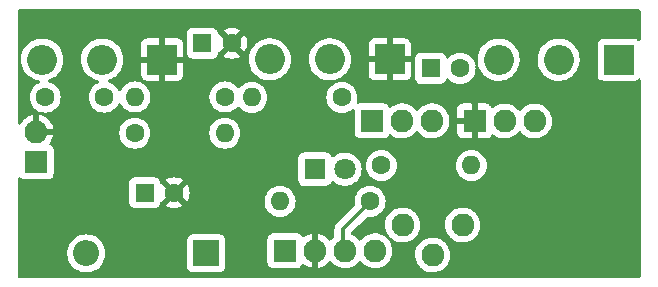
<source format=gbr>
%TF.GenerationSoftware,KiCad,Pcbnew,(5.99.0-7043-g7933935b4a)*%
%TF.CreationDate,2020-11-17T10:52:04+02:00*%
%TF.ProjectId,soul-fuzz,736f756c-2d66-4757-9a7a-2e6b69636164,rev?*%
%TF.SameCoordinates,Original*%
%TF.FileFunction,Copper,L2,Bot*%
%TF.FilePolarity,Positive*%
%FSLAX46Y46*%
G04 Gerber Fmt 4.6, Leading zero omitted, Abs format (unit mm)*
G04 Created by KiCad (PCBNEW (5.99.0-7043-g7933935b4a)) date 2020-11-17 10:52:04*
%MOMM*%
%LPD*%
G01*
G04 APERTURE LIST*
%TA.AperFunction,ComponentPad*%
%ADD10R,1.930400X1.930400*%
%TD*%
%TA.AperFunction,ComponentPad*%
%ADD11O,1.930400X1.930400*%
%TD*%
%TA.AperFunction,ComponentPad*%
%ADD12C,1.600000*%
%TD*%
%TA.AperFunction,ComponentPad*%
%ADD13O,1.600000X1.600000*%
%TD*%
%TA.AperFunction,ComponentPad*%
%ADD14R,2.540000X2.540000*%
%TD*%
%TA.AperFunction,ComponentPad*%
%ADD15O,2.540000X2.540000*%
%TD*%
%TA.AperFunction,ComponentPad*%
%ADD16R,2.200000X2.200000*%
%TD*%
%TA.AperFunction,ComponentPad*%
%ADD17O,2.200000X2.200000*%
%TD*%
%TA.AperFunction,ComponentPad*%
%ADD18R,1.600000X1.600000*%
%TD*%
%TA.AperFunction,ComponentPad*%
%ADD19R,1.800000X1.800000*%
%TD*%
%TA.AperFunction,ComponentPad*%
%ADD20C,1.800000*%
%TD*%
%TA.AperFunction,Conductor*%
%ADD21C,0.380000*%
%TD*%
G04 APERTURE END LIST*
D10*
%TO.P,J2,1,Pin_1*%
%TO.N,+9V*%
X115170000Y-106120000D03*
D11*
%TO.P,J2,2,Pin_2*%
%TO.N,GND*%
X115170000Y-103580000D03*
%TD*%
D12*
%TO.P,R4,1*%
%TO.N,VCC*%
X131160001Y-100619999D03*
D13*
%TO.P,R4,2*%
%TO.N,Net-(C3-Pad1)*%
X123540001Y-100619999D03*
%TD*%
D14*
%TO.P,RV2,1,1*%
%TO.N,GND*%
X145120000Y-97440000D03*
D15*
%TO.P,RV2,2,2*%
%TO.N,Net-(C2-Pad1)*%
X140040000Y-97440000D03*
%TO.P,RV2,3,3*%
%TO.N,Net-(Q2-Pad1)*%
X134960000Y-97440000D03*
%TD*%
D10*
%TO.P,J1,1,Pin_1*%
%TO.N,IN*%
X136230000Y-113630000D03*
D11*
%TO.P,J1,2,Pin_2*%
%TO.N,GND*%
X138770000Y-113630000D03*
%TO.P,J1,3,Pin_3*%
%TO.N,LED-*%
X141310000Y-113630000D03*
%TO.P,J1,4,Pin_4*%
%TO.N,OUT*%
X143850000Y-113630000D03*
%TD*%
D14*
%TO.P,RV1,1,1*%
%TO.N,IN*%
X164490000Y-97460000D03*
D15*
%TO.P,RV1,2,2*%
X159410000Y-97460000D03*
%TO.P,RV1,3,3*%
%TO.N,Net-(C1-Pad2)*%
X154330000Y-97460000D03*
%TD*%
D16*
%TO.P,D1,1,K*%
%TO.N,VCC*%
X129580000Y-113860000D03*
D17*
%TO.P,D1,2,A*%
%TO.N,+9V*%
X119420000Y-113860000D03*
%TD*%
D12*
%TO.P,R5,1*%
%TO.N,LED-*%
X143440000Y-109460000D03*
D13*
%TO.P,R5,2*%
%TO.N,Net-(D2-Pad1)*%
X135820000Y-109460000D03*
%TD*%
D12*
%TO.P,R2,1*%
%TO.N,VCC*%
X144400000Y-106420000D03*
D13*
%TO.P,R2,2*%
%TO.N,Net-(Q1-Pad3)*%
X152020000Y-106420000D03*
%TD*%
D12*
%TO.P,C3,1*%
%TO.N,Net-(C3-Pad1)*%
X120940000Y-100640000D03*
%TO.P,C3,2*%
%TO.N,Net-(C3-Pad2)*%
X115940000Y-100640000D03*
%TD*%
D11*
%TO.P,RV4,1,1*%
%TO.N,Net-(Q2-Pad3)*%
X151280000Y-111460000D03*
%TO.P,RV4,2,2*%
X148740000Y-114000000D03*
%TO.P,RV4,3,3*%
%TO.N,Net-(R3-Pad2)*%
X146200000Y-111460000D03*
%TD*%
D14*
%TO.P,RV3,1,1*%
%TO.N,GND*%
X125840000Y-97450000D03*
D15*
%TO.P,RV3,2,2*%
%TO.N,OUT*%
X120760000Y-97450000D03*
%TO.P,RV3,3,3*%
%TO.N,Net-(C3-Pad2)*%
X115680000Y-97450000D03*
%TD*%
D18*
%TO.P,C1,1*%
%TO.N,Net-(C1-Pad1)*%
X148570000Y-98190000D03*
D12*
%TO.P,C1,2*%
%TO.N,Net-(C1-Pad2)*%
X151070000Y-98190000D03*
%TD*%
D18*
%TO.P,C2,1*%
%TO.N,Net-(C2-Pad1)*%
X129250000Y-96060000D03*
D12*
%TO.P,C2,2*%
%TO.N,GND*%
X131750000Y-96060000D03*
%TD*%
%TO.P,R1,1*%
%TO.N,Net-(C1-Pad1)*%
X141050000Y-100660000D03*
D13*
%TO.P,R1,2*%
%TO.N,Net-(Q2-Pad1)*%
X133430000Y-100660000D03*
%TD*%
D12*
%TO.P,R3,1*%
%TO.N,Net-(C3-Pad1)*%
X123530000Y-103680000D03*
D13*
%TO.P,R3,2*%
%TO.N,Net-(R3-Pad2)*%
X131150000Y-103680000D03*
%TD*%
D10*
%TO.P,Q1,1,E*%
%TO.N,GND*%
X152290000Y-102650000D03*
D11*
%TO.P,Q1,2,B*%
%TO.N,Net-(C1-Pad1)*%
X154830000Y-102650000D03*
%TO.P,Q1,3,C*%
%TO.N,Net-(Q1-Pad3)*%
X157370000Y-102650000D03*
%TD*%
D18*
%TO.P,C4,1*%
%TO.N,VCC*%
X124360000Y-108740000D03*
D12*
%TO.P,C4,2*%
%TO.N,GND*%
X126860000Y-108740000D03*
%TD*%
D10*
%TO.P,Q2,1,E*%
%TO.N,Net-(Q2-Pad1)*%
X143610000Y-102640000D03*
D11*
%TO.P,Q2,2,B*%
%TO.N,Net-(Q1-Pad3)*%
X146150000Y-102640000D03*
%TO.P,Q2,3,C*%
%TO.N,Net-(Q2-Pad3)*%
X148690000Y-102640000D03*
%TD*%
D19*
%TO.P,D2,1,K*%
%TO.N,Net-(D2-Pad1)*%
X138776941Y-106730000D03*
D20*
%TO.P,D2,2,A*%
%TO.N,VCC*%
X141316941Y-106730000D03*
%TD*%
D21*
%TO.N,LED-*%
X141130000Y-111820000D02*
X143290000Y-109660000D01*
X141130000Y-113640000D02*
X141130000Y-111820000D01*
%TD*%
%TA.AperFunction,Conductor*%
%TO.N,GND*%
G36*
X166292121Y-93220002D02*
G01*
X166338614Y-93273658D01*
X166350000Y-93326000D01*
X166350000Y-95752795D01*
X166329998Y-95820916D01*
X166276342Y-95867409D01*
X166206068Y-95877513D01*
X166141487Y-95848019D01*
X166134126Y-95841640D01*
X166037619Y-95758016D01*
X166008446Y-95744693D01*
X165912864Y-95701042D01*
X165912863Y-95701042D01*
X165904670Y-95697300D01*
X165895755Y-95696018D01*
X165895754Y-95696018D01*
X165764448Y-95677139D01*
X165764441Y-95677138D01*
X165760000Y-95676500D01*
X163220000Y-95676500D01*
X163146921Y-95681727D01*
X163093884Y-95697300D01*
X163015330Y-95720365D01*
X163015328Y-95720366D01*
X163006684Y-95722904D01*
X162999105Y-95727775D01*
X162891309Y-95797051D01*
X162891306Y-95797053D01*
X162883729Y-95801923D01*
X162877828Y-95808733D01*
X162793918Y-95905569D01*
X162793916Y-95905572D01*
X162788016Y-95912381D01*
X162727300Y-96045330D01*
X162726018Y-96054245D01*
X162726018Y-96054246D01*
X162707139Y-96185552D01*
X162707138Y-96185559D01*
X162706500Y-96190000D01*
X162706500Y-98730000D01*
X162711727Y-98803079D01*
X162713631Y-98809562D01*
X162744431Y-98914458D01*
X162752904Y-98943316D01*
X162771656Y-98972494D01*
X162827051Y-99058691D01*
X162827053Y-99058694D01*
X162831923Y-99066271D01*
X162838733Y-99072172D01*
X162935569Y-99156082D01*
X162935572Y-99156084D01*
X162942381Y-99161984D01*
X162950579Y-99165728D01*
X163058218Y-99214885D01*
X163075330Y-99222700D01*
X163084245Y-99223982D01*
X163084246Y-99223982D01*
X163215552Y-99242861D01*
X163215559Y-99242862D01*
X163220000Y-99243500D01*
X165760000Y-99243500D01*
X165833079Y-99238273D01*
X165922438Y-99212035D01*
X165964670Y-99199635D01*
X165964672Y-99199634D01*
X165973316Y-99197096D01*
X166029191Y-99161187D01*
X166088691Y-99122949D01*
X166088694Y-99122947D01*
X166096271Y-99118077D01*
X166128776Y-99080564D01*
X166188501Y-99042181D01*
X166259498Y-99042181D01*
X166319224Y-99080564D01*
X166348717Y-99145145D01*
X166350000Y-99163077D01*
X166350000Y-115814000D01*
X166329998Y-115882121D01*
X166276342Y-115928614D01*
X166224000Y-115940000D01*
X113756000Y-115940000D01*
X113687879Y-115919998D01*
X113641386Y-115866342D01*
X113630000Y-115814000D01*
X113630000Y-113860000D01*
X117806500Y-113860000D01*
X117826365Y-114112407D01*
X117827519Y-114117214D01*
X117827520Y-114117220D01*
X117841235Y-114174346D01*
X117885470Y-114358599D01*
X117887363Y-114363170D01*
X117887364Y-114363172D01*
X117978905Y-114584170D01*
X117982361Y-114592514D01*
X118114651Y-114808392D01*
X118117862Y-114812152D01*
X118117866Y-114812157D01*
X118248349Y-114964932D01*
X118279083Y-115000917D01*
X118282845Y-115004130D01*
X118467843Y-115162134D01*
X118467848Y-115162138D01*
X118471608Y-115165349D01*
X118687486Y-115297639D01*
X118692056Y-115299532D01*
X118692060Y-115299534D01*
X118915254Y-115391984D01*
X118921401Y-115394530D01*
X119006106Y-115414866D01*
X119162780Y-115452480D01*
X119162786Y-115452481D01*
X119167593Y-115453635D01*
X119420000Y-115473500D01*
X119672407Y-115453635D01*
X119677214Y-115452481D01*
X119677220Y-115452480D01*
X119833894Y-115414866D01*
X119918599Y-115394530D01*
X119924746Y-115391984D01*
X120147940Y-115299534D01*
X120147944Y-115299532D01*
X120152514Y-115297639D01*
X120368392Y-115165349D01*
X120372152Y-115162138D01*
X120372157Y-115162134D01*
X120557155Y-115004130D01*
X120560917Y-115000917D01*
X120591651Y-114964932D01*
X120722134Y-114812157D01*
X120722138Y-114812152D01*
X120725349Y-114808392D01*
X120857639Y-114592514D01*
X120861096Y-114584170D01*
X120952636Y-114363172D01*
X120952637Y-114363170D01*
X120954530Y-114358599D01*
X120998765Y-114174346D01*
X121012480Y-114117220D01*
X121012481Y-114117214D01*
X121013635Y-114112407D01*
X121033500Y-113860000D01*
X121013635Y-113607593D01*
X120994642Y-113528478D01*
X120955685Y-113366213D01*
X120954530Y-113361401D01*
X120914736Y-113265329D01*
X120859534Y-113132060D01*
X120859532Y-113132056D01*
X120857639Y-113127486D01*
X120725349Y-112911608D01*
X120722138Y-112907848D01*
X120722134Y-112907843D01*
X120595864Y-112760000D01*
X127966500Y-112760000D01*
X127966500Y-114960000D01*
X127971727Y-115033079D01*
X127986725Y-115084158D01*
X128009621Y-115162134D01*
X128012904Y-115173316D01*
X128017775Y-115180895D01*
X128087051Y-115288691D01*
X128087053Y-115288694D01*
X128091923Y-115296271D01*
X128098733Y-115302172D01*
X128195569Y-115386082D01*
X128195572Y-115386084D01*
X128202381Y-115391984D01*
X128210579Y-115395728D01*
X128321507Y-115446387D01*
X128335330Y-115452700D01*
X128344245Y-115453982D01*
X128344246Y-115453982D01*
X128475552Y-115472861D01*
X128475559Y-115472862D01*
X128480000Y-115473500D01*
X130680000Y-115473500D01*
X130753079Y-115468273D01*
X130832674Y-115444902D01*
X130884670Y-115429635D01*
X130884672Y-115429634D01*
X130893316Y-115427096D01*
X130943989Y-115394530D01*
X131008691Y-115352949D01*
X131008694Y-115352947D01*
X131016271Y-115348077D01*
X131027271Y-115335382D01*
X131106082Y-115244431D01*
X131106084Y-115244428D01*
X131111984Y-115237619D01*
X131115728Y-115229421D01*
X131168958Y-115112864D01*
X131168958Y-115112863D01*
X131172700Y-115104670D01*
X131176742Y-115076555D01*
X131192861Y-114964448D01*
X131192862Y-114964441D01*
X131193500Y-114960000D01*
X131193500Y-112760000D01*
X131188273Y-112686921D01*
X131181778Y-112664800D01*
X134751300Y-112664800D01*
X134751300Y-114595200D01*
X134756527Y-114668279D01*
X134762843Y-114689789D01*
X134788533Y-114777281D01*
X134797704Y-114808516D01*
X134816642Y-114837984D01*
X134871851Y-114923891D01*
X134871853Y-114923894D01*
X134876723Y-114931471D01*
X134883533Y-114937372D01*
X134980369Y-115021282D01*
X134980372Y-115021284D01*
X134987181Y-115027184D01*
X134995379Y-115030928D01*
X135103907Y-115080491D01*
X135120130Y-115087900D01*
X135129045Y-115089182D01*
X135129046Y-115089182D01*
X135260352Y-115108061D01*
X135260359Y-115108062D01*
X135264800Y-115108700D01*
X137195200Y-115108700D01*
X137268279Y-115103473D01*
X137365584Y-115074902D01*
X137399870Y-115064835D01*
X137399872Y-115064834D01*
X137408516Y-115062296D01*
X137472335Y-115021282D01*
X137523891Y-114988149D01*
X137523894Y-114988147D01*
X137531471Y-114983277D01*
X137553049Y-114958375D01*
X137621282Y-114879631D01*
X137621284Y-114879628D01*
X137627184Y-114872819D01*
X137630928Y-114864622D01*
X137630930Y-114864618D01*
X137650447Y-114821882D01*
X137696940Y-114768227D01*
X137765061Y-114748225D01*
X137833181Y-114768227D01*
X137845545Y-114777281D01*
X137918159Y-114837566D01*
X137926606Y-114843481D01*
X138126830Y-114960482D01*
X138136117Y-114964932D01*
X138352769Y-115047663D01*
X138362662Y-115050537D01*
X138498248Y-115078122D01*
X138512300Y-115076927D01*
X138516000Y-115066582D01*
X138516000Y-112198019D01*
X139024000Y-112198019D01*
X139024000Y-115064615D01*
X139028064Y-115078457D01*
X139041478Y-115080491D01*
X139072205Y-115076555D01*
X139082288Y-115074412D01*
X139304418Y-115007770D01*
X139313995Y-115004017D01*
X139522264Y-114901987D01*
X139531109Y-114896714D01*
X139719904Y-114762048D01*
X139727779Y-114755392D01*
X139892045Y-114591699D01*
X139898729Y-114583846D01*
X139936106Y-114531830D01*
X139992100Y-114488182D01*
X140062804Y-114481736D01*
X140125768Y-114514539D01*
X140133659Y-114522852D01*
X140190417Y-114588375D01*
X140272025Y-114682585D01*
X140275408Y-114686491D01*
X140279377Y-114689786D01*
X140279380Y-114689789D01*
X140411974Y-114799870D01*
X140461853Y-114841280D01*
X140671075Y-114963540D01*
X140897456Y-115049986D01*
X140902522Y-115051017D01*
X140902523Y-115051017D01*
X141129837Y-115097265D01*
X141129841Y-115097265D01*
X141134916Y-115098298D01*
X141140092Y-115098488D01*
X141140094Y-115098488D01*
X141371914Y-115106989D01*
X141371918Y-115106989D01*
X141377078Y-115107178D01*
X141382198Y-115106522D01*
X141382200Y-115106522D01*
X141612311Y-115077044D01*
X141612312Y-115077044D01*
X141617439Y-115076387D01*
X141664407Y-115062296D01*
X141844590Y-115008238D01*
X141849543Y-115006752D01*
X141854182Y-115004479D01*
X141854188Y-115004477D01*
X142062520Y-114902416D01*
X142067158Y-114900144D01*
X142190511Y-114812157D01*
X142260226Y-114762430D01*
X142260231Y-114762426D01*
X142264438Y-114759425D01*
X142436087Y-114588375D01*
X142439103Y-114584178D01*
X142439110Y-114584170D01*
X142476441Y-114532218D01*
X142532435Y-114488570D01*
X142603139Y-114482124D01*
X142666103Y-114514927D01*
X142674000Y-114523246D01*
X142812024Y-114682585D01*
X142812025Y-114682586D01*
X142815408Y-114686491D01*
X142819377Y-114689786D01*
X142819380Y-114689789D01*
X142951974Y-114799870D01*
X143001853Y-114841280D01*
X143211075Y-114963540D01*
X143437456Y-115049986D01*
X143442522Y-115051017D01*
X143442523Y-115051017D01*
X143669837Y-115097265D01*
X143669841Y-115097265D01*
X143674916Y-115098298D01*
X143680092Y-115098488D01*
X143680094Y-115098488D01*
X143911914Y-115106989D01*
X143911918Y-115106989D01*
X143917078Y-115107178D01*
X143922198Y-115106522D01*
X143922200Y-115106522D01*
X144152311Y-115077044D01*
X144152312Y-115077044D01*
X144157439Y-115076387D01*
X144204407Y-115062296D01*
X144384590Y-115008238D01*
X144389543Y-115006752D01*
X144394182Y-115004479D01*
X144394188Y-115004477D01*
X144602520Y-114902416D01*
X144607158Y-114900144D01*
X144730511Y-114812157D01*
X144800226Y-114762430D01*
X144800231Y-114762426D01*
X144804438Y-114759425D01*
X144976087Y-114588375D01*
X144979342Y-114583846D01*
X145114475Y-114395787D01*
X145117493Y-114391587D01*
X145122306Y-114381850D01*
X145170091Y-114285163D01*
X145224860Y-114174346D01*
X145256903Y-114068882D01*
X145288807Y-113963872D01*
X147261741Y-113963872D01*
X147275691Y-114205795D01*
X147276826Y-114210832D01*
X147276827Y-114210838D01*
X147311157Y-114363172D01*
X147328965Y-114442192D01*
X147330909Y-114446979D01*
X147330910Y-114446983D01*
X147392008Y-114597450D01*
X147420133Y-114666713D01*
X147546748Y-114873329D01*
X147550129Y-114877232D01*
X147698177Y-115048143D01*
X147705408Y-115056491D01*
X147709377Y-115059786D01*
X147709380Y-115059789D01*
X147768100Y-115108539D01*
X147891853Y-115211280D01*
X148101075Y-115333540D01*
X148327456Y-115419986D01*
X148332522Y-115421017D01*
X148332523Y-115421017D01*
X148559837Y-115467265D01*
X148559841Y-115467265D01*
X148564916Y-115468298D01*
X148570092Y-115468488D01*
X148570094Y-115468488D01*
X148801914Y-115476989D01*
X148801918Y-115476989D01*
X148807078Y-115477178D01*
X148812198Y-115476522D01*
X148812200Y-115476522D01*
X149042311Y-115447044D01*
X149042312Y-115447044D01*
X149047439Y-115446387D01*
X149216437Y-115395685D01*
X149274590Y-115378238D01*
X149279543Y-115376752D01*
X149284182Y-115374479D01*
X149284188Y-115374477D01*
X149492520Y-115272416D01*
X149497158Y-115270144D01*
X149622280Y-115180895D01*
X149690226Y-115132430D01*
X149690231Y-115132426D01*
X149694438Y-115129425D01*
X149866087Y-114958375D01*
X149885420Y-114931471D01*
X150004475Y-114765787D01*
X150007493Y-114761587D01*
X150114860Y-114544346D01*
X150133883Y-114481736D01*
X150183801Y-114317438D01*
X150183802Y-114317432D01*
X150185305Y-114312486D01*
X150204144Y-114169392D01*
X150216498Y-114075555D01*
X150216498Y-114075551D01*
X150216935Y-114072234D01*
X150218700Y-114000000D01*
X150198844Y-113758490D01*
X150139810Y-113523466D01*
X150081121Y-113388490D01*
X150045243Y-113305976D01*
X150045241Y-113305973D01*
X150043183Y-113301239D01*
X149911559Y-113097778D01*
X149882359Y-113065687D01*
X149751949Y-112922369D01*
X149751947Y-112922368D01*
X149748471Y-112918547D01*
X149744420Y-112915348D01*
X149744416Y-112915344D01*
X149562355Y-112771561D01*
X149562351Y-112771559D01*
X149558300Y-112768359D01*
X149346153Y-112651248D01*
X149341284Y-112649524D01*
X149341280Y-112649522D01*
X149122603Y-112572084D01*
X149122599Y-112572083D01*
X149117728Y-112570358D01*
X149112638Y-112569451D01*
X149112633Y-112569450D01*
X148979352Y-112545710D01*
X148879158Y-112527863D01*
X148788181Y-112526751D01*
X148642021Y-112524965D01*
X148642019Y-112524965D01*
X148636851Y-112524902D01*
X148397314Y-112561556D01*
X148166981Y-112636841D01*
X148162393Y-112639229D01*
X148162389Y-112639231D01*
X147960732Y-112744207D01*
X147952036Y-112748734D01*
X147947903Y-112751837D01*
X147947900Y-112751839D01*
X147775851Y-112881017D01*
X147758252Y-112894231D01*
X147590834Y-113069424D01*
X147587920Y-113073696D01*
X147587919Y-113073697D01*
X147530086Y-113158478D01*
X147454278Y-113269608D01*
X147352250Y-113489408D01*
X147287492Y-113722919D01*
X147286943Y-113728056D01*
X147264027Y-113942486D01*
X147261741Y-113963872D01*
X145288807Y-113963872D01*
X145293801Y-113947438D01*
X145293802Y-113947432D01*
X145295305Y-113942486D01*
X145319529Y-113758490D01*
X145326498Y-113705555D01*
X145326498Y-113705551D01*
X145326935Y-113702234D01*
X145328700Y-113630000D01*
X145308844Y-113388490D01*
X145249810Y-113153466D01*
X145193121Y-113023091D01*
X145155243Y-112935976D01*
X145155241Y-112935973D01*
X145153183Y-112931239D01*
X145021559Y-112727778D01*
X145017071Y-112722845D01*
X145003784Y-112708244D01*
X144972731Y-112644399D01*
X144975689Y-112619551D01*
X144911770Y-112600772D01*
X144886714Y-112579586D01*
X144858471Y-112548547D01*
X144854420Y-112545348D01*
X144854416Y-112545344D01*
X144672355Y-112401561D01*
X144672351Y-112401559D01*
X144668300Y-112398359D01*
X144632748Y-112378733D01*
X144542525Y-112328928D01*
X144456153Y-112281248D01*
X144451284Y-112279524D01*
X144451280Y-112279522D01*
X144232603Y-112202084D01*
X144232599Y-112202083D01*
X144227728Y-112200358D01*
X144222638Y-112199451D01*
X144222633Y-112199450D01*
X144070281Y-112172313D01*
X143989158Y-112157863D01*
X143898181Y-112156751D01*
X143752021Y-112154965D01*
X143752019Y-112154965D01*
X143746851Y-112154902D01*
X143507314Y-112191556D01*
X143276981Y-112266841D01*
X143272393Y-112269229D01*
X143272389Y-112269231D01*
X143084479Y-112367051D01*
X143062036Y-112378734D01*
X143057903Y-112381837D01*
X143057900Y-112381839D01*
X142874168Y-112519789D01*
X142868252Y-112524231D01*
X142831048Y-112563163D01*
X142725241Y-112673884D01*
X142700834Y-112699424D01*
X142687424Y-112719083D01*
X142685237Y-112722289D01*
X142630325Y-112767291D01*
X142559800Y-112775462D01*
X142496053Y-112744207D01*
X142482969Y-112729958D01*
X142481559Y-112727778D01*
X142358402Y-112592430D01*
X142321949Y-112552369D01*
X142321944Y-112552364D01*
X142318471Y-112548547D01*
X142314420Y-112545348D01*
X142314416Y-112545344D01*
X142132355Y-112401561D01*
X142132351Y-112401559D01*
X142128300Y-112398359D01*
X142092748Y-112378733D01*
X142002525Y-112328928D01*
X141916153Y-112281248D01*
X141911278Y-112279522D01*
X141906562Y-112277402D01*
X141907176Y-112276035D01*
X141855155Y-112238415D01*
X141829250Y-112172313D01*
X141843196Y-112102700D01*
X141865669Y-112072158D01*
X142513955Y-111423872D01*
X144721741Y-111423872D01*
X144722038Y-111429024D01*
X144722038Y-111429028D01*
X144723631Y-111456646D01*
X144735691Y-111665795D01*
X144736826Y-111670832D01*
X144736827Y-111670838D01*
X144787827Y-111897143D01*
X144788965Y-111902192D01*
X144790909Y-111906979D01*
X144790910Y-111906983D01*
X144870382Y-112102700D01*
X144880133Y-112126713D01*
X144955811Y-112250208D01*
X145003807Y-112328529D01*
X145006748Y-112333329D01*
X145066217Y-112401981D01*
X145075144Y-112412287D01*
X145104627Y-112476873D01*
X145101374Y-112499475D01*
X145162502Y-112515822D01*
X145177460Y-112526498D01*
X145347876Y-112667979D01*
X145347882Y-112667983D01*
X145351853Y-112671280D01*
X145561075Y-112793540D01*
X145787456Y-112879986D01*
X145792522Y-112881017D01*
X145792523Y-112881017D01*
X146019837Y-112927265D01*
X146019841Y-112927265D01*
X146024916Y-112928298D01*
X146030092Y-112928488D01*
X146030094Y-112928488D01*
X146261914Y-112936989D01*
X146261918Y-112936989D01*
X146267078Y-112937178D01*
X146272198Y-112936522D01*
X146272200Y-112936522D01*
X146502311Y-112907044D01*
X146502312Y-112907044D01*
X146507439Y-112906387D01*
X146530035Y-112899608D01*
X146734590Y-112838238D01*
X146739543Y-112836752D01*
X146744182Y-112834479D01*
X146744188Y-112834477D01*
X146952520Y-112732416D01*
X146957158Y-112730144D01*
X147005465Y-112695687D01*
X147150226Y-112592430D01*
X147150231Y-112592426D01*
X147154438Y-112589425D01*
X147326087Y-112418375D01*
X147350968Y-112383750D01*
X147460390Y-112231472D01*
X147467493Y-112221587D01*
X147476890Y-112202575D01*
X147522975Y-112109327D01*
X147574860Y-112004346D01*
X147591082Y-111950953D01*
X147643801Y-111777438D01*
X147643802Y-111777432D01*
X147645305Y-111772486D01*
X147667657Y-111602705D01*
X147676498Y-111535555D01*
X147676498Y-111535551D01*
X147676935Y-111532234D01*
X147678257Y-111478149D01*
X147678618Y-111463365D01*
X147678618Y-111463361D01*
X147678700Y-111460000D01*
X147675730Y-111423872D01*
X149801741Y-111423872D01*
X149802038Y-111429024D01*
X149802038Y-111429028D01*
X149803631Y-111456646D01*
X149815691Y-111665795D01*
X149816826Y-111670832D01*
X149816827Y-111670838D01*
X149867827Y-111897143D01*
X149868965Y-111902192D01*
X149870909Y-111906979D01*
X149870910Y-111906983D01*
X149950382Y-112102700D01*
X149960133Y-112126713D01*
X150035811Y-112250208D01*
X150083807Y-112328529D01*
X150086748Y-112333329D01*
X150090129Y-112337232D01*
X150225324Y-112493305D01*
X150245408Y-112516491D01*
X150249377Y-112519786D01*
X150249380Y-112519789D01*
X150328860Y-112585774D01*
X150431853Y-112671280D01*
X150641075Y-112793540D01*
X150867456Y-112879986D01*
X150872522Y-112881017D01*
X150872523Y-112881017D01*
X151099837Y-112927265D01*
X151099841Y-112927265D01*
X151104916Y-112928298D01*
X151110092Y-112928488D01*
X151110094Y-112928488D01*
X151341914Y-112936989D01*
X151341918Y-112936989D01*
X151347078Y-112937178D01*
X151352198Y-112936522D01*
X151352200Y-112936522D01*
X151582311Y-112907044D01*
X151582312Y-112907044D01*
X151587439Y-112906387D01*
X151610035Y-112899608D01*
X151814590Y-112838238D01*
X151819543Y-112836752D01*
X151824182Y-112834479D01*
X151824188Y-112834477D01*
X152032520Y-112732416D01*
X152037158Y-112730144D01*
X152085465Y-112695687D01*
X152230226Y-112592430D01*
X152230231Y-112592426D01*
X152234438Y-112589425D01*
X152406087Y-112418375D01*
X152430968Y-112383750D01*
X152540390Y-112231472D01*
X152547493Y-112221587D01*
X152556890Y-112202575D01*
X152602975Y-112109327D01*
X152654860Y-112004346D01*
X152671082Y-111950953D01*
X152723801Y-111777438D01*
X152723802Y-111777432D01*
X152725305Y-111772486D01*
X152747657Y-111602705D01*
X152756498Y-111535555D01*
X152756498Y-111535551D01*
X152756935Y-111532234D01*
X152758257Y-111478149D01*
X152758618Y-111463365D01*
X152758618Y-111463361D01*
X152758700Y-111460000D01*
X152738844Y-111218490D01*
X152679810Y-110983466D01*
X152596936Y-110792869D01*
X152585243Y-110765976D01*
X152585241Y-110765973D01*
X152583183Y-110761239D01*
X152451559Y-110557778D01*
X152422359Y-110525687D01*
X152291949Y-110382369D01*
X152291947Y-110382368D01*
X152288471Y-110378547D01*
X152284420Y-110375348D01*
X152284416Y-110375344D01*
X152102355Y-110231561D01*
X152102351Y-110231559D01*
X152098300Y-110228359D01*
X151886153Y-110111248D01*
X151881284Y-110109524D01*
X151881280Y-110109522D01*
X151662603Y-110032084D01*
X151662599Y-110032083D01*
X151657728Y-110030358D01*
X151652638Y-110029451D01*
X151652633Y-110029450D01*
X151499787Y-110002225D01*
X151419158Y-109987863D01*
X151328181Y-109986751D01*
X151182021Y-109984965D01*
X151182019Y-109984965D01*
X151176851Y-109984902D01*
X150937314Y-110021556D01*
X150706981Y-110096841D01*
X150702393Y-110099229D01*
X150702389Y-110099231D01*
X150660074Y-110121259D01*
X150492036Y-110208734D01*
X150487903Y-110211837D01*
X150487900Y-110211839D01*
X150302387Y-110351126D01*
X150298252Y-110354231D01*
X150130834Y-110529424D01*
X149994278Y-110729608D01*
X149892250Y-110949408D01*
X149827492Y-111182919D01*
X149826943Y-111188056D01*
X149810248Y-111344276D01*
X149801741Y-111423872D01*
X147675730Y-111423872D01*
X147658844Y-111218490D01*
X147599810Y-110983466D01*
X147516936Y-110792869D01*
X147505243Y-110765976D01*
X147505241Y-110765973D01*
X147503183Y-110761239D01*
X147371559Y-110557778D01*
X147342359Y-110525687D01*
X147211949Y-110382369D01*
X147211947Y-110382368D01*
X147208471Y-110378547D01*
X147204420Y-110375348D01*
X147204416Y-110375344D01*
X147022355Y-110231561D01*
X147022351Y-110231559D01*
X147018300Y-110228359D01*
X146806153Y-110111248D01*
X146801284Y-110109524D01*
X146801280Y-110109522D01*
X146582603Y-110032084D01*
X146582599Y-110032083D01*
X146577728Y-110030358D01*
X146572638Y-110029451D01*
X146572633Y-110029450D01*
X146419787Y-110002225D01*
X146339158Y-109987863D01*
X146248181Y-109986751D01*
X146102021Y-109984965D01*
X146102019Y-109984965D01*
X146096851Y-109984902D01*
X145857314Y-110021556D01*
X145626981Y-110096841D01*
X145622393Y-110099229D01*
X145622389Y-110099231D01*
X145580074Y-110121259D01*
X145412036Y-110208734D01*
X145407903Y-110211837D01*
X145407900Y-110211839D01*
X145222387Y-110351126D01*
X145218252Y-110354231D01*
X145050834Y-110529424D01*
X144914278Y-110729608D01*
X144812250Y-110949408D01*
X144747492Y-111182919D01*
X144746943Y-111188056D01*
X144730248Y-111344276D01*
X144721741Y-111423872D01*
X142513955Y-111423872D01*
X143144959Y-110792869D01*
X143207271Y-110758843D01*
X143245036Y-110756443D01*
X143434525Y-110773021D01*
X143440000Y-110773500D01*
X143668087Y-110753545D01*
X143673400Y-110752121D01*
X143673402Y-110752121D01*
X143883933Y-110695709D01*
X143883935Y-110695708D01*
X143889243Y-110694286D01*
X143894225Y-110691963D01*
X144091763Y-110599850D01*
X144091768Y-110599847D01*
X144096750Y-110597524D01*
X144147311Y-110562121D01*
X144279791Y-110469358D01*
X144279794Y-110469356D01*
X144284302Y-110466199D01*
X144446199Y-110304302D01*
X144513117Y-110208734D01*
X144574367Y-110121259D01*
X144574368Y-110121257D01*
X144577524Y-110116750D01*
X144579847Y-110111768D01*
X144579850Y-110111763D01*
X144671963Y-109914225D01*
X144671964Y-109914224D01*
X144674286Y-109909243D01*
X144692791Y-109840184D01*
X144732121Y-109693402D01*
X144732121Y-109693400D01*
X144733545Y-109688087D01*
X144753500Y-109460000D01*
X144733545Y-109231913D01*
X144732121Y-109226598D01*
X144675709Y-109016067D01*
X144675708Y-109016065D01*
X144674286Y-109010757D01*
X144651794Y-108962523D01*
X144579850Y-108808237D01*
X144579847Y-108808232D01*
X144577524Y-108803250D01*
X144574367Y-108798741D01*
X144449358Y-108620209D01*
X144449356Y-108620206D01*
X144446199Y-108615698D01*
X144284302Y-108453801D01*
X144279794Y-108450644D01*
X144279791Y-108450642D01*
X144101259Y-108325633D01*
X144101257Y-108325632D01*
X144096750Y-108322476D01*
X144091768Y-108320153D01*
X144091763Y-108320150D01*
X143894225Y-108228037D01*
X143894224Y-108228036D01*
X143889243Y-108225714D01*
X143883935Y-108224292D01*
X143883933Y-108224291D01*
X143673402Y-108167879D01*
X143673400Y-108167879D01*
X143668087Y-108166455D01*
X143440000Y-108146500D01*
X143211913Y-108166455D01*
X143206600Y-108167879D01*
X143206598Y-108167879D01*
X142996067Y-108224291D01*
X142996065Y-108224292D01*
X142990757Y-108225714D01*
X142985776Y-108228036D01*
X142985775Y-108228037D01*
X142788237Y-108320150D01*
X142788232Y-108320153D01*
X142783250Y-108322476D01*
X142778743Y-108325632D01*
X142778741Y-108325633D01*
X142600209Y-108450642D01*
X142600206Y-108450644D01*
X142595698Y-108453801D01*
X142433801Y-108615698D01*
X142430644Y-108620206D01*
X142430642Y-108620209D01*
X142305633Y-108798741D01*
X142302476Y-108803250D01*
X142300153Y-108808232D01*
X142300150Y-108808237D01*
X142228206Y-108962523D01*
X142205714Y-109010757D01*
X142204292Y-109016065D01*
X142204291Y-109016067D01*
X142147879Y-109226598D01*
X142146455Y-109231913D01*
X142126500Y-109460000D01*
X142146455Y-109688087D01*
X142147879Y-109693402D01*
X142147880Y-109693405D01*
X142154598Y-109718479D01*
X142152908Y-109789455D01*
X142121987Y-109840184D01*
X140654949Y-111307224D01*
X140648683Y-111313078D01*
X140607199Y-111349267D01*
X140571009Y-111400760D01*
X140567098Y-111406026D01*
X140528252Y-111455568D01*
X140525126Y-111462491D01*
X140523256Y-111465579D01*
X140516086Y-111478149D01*
X140514372Y-111481346D01*
X140510004Y-111487561D01*
X140507243Y-111494643D01*
X140487150Y-111546179D01*
X140484598Y-111552252D01*
X140458692Y-111609626D01*
X140457307Y-111617095D01*
X140456228Y-111620539D01*
X140452270Y-111634432D01*
X140451361Y-111637972D01*
X140448603Y-111645047D01*
X140447612Y-111652578D01*
X140447611Y-111652580D01*
X140440390Y-111707430D01*
X140439358Y-111713944D01*
X140427889Y-111775828D01*
X140428326Y-111783408D01*
X140428326Y-111783409D01*
X140431292Y-111834846D01*
X140431501Y-111842099D01*
X140431501Y-112383750D01*
X140411499Y-112451871D01*
X140381154Y-112484510D01*
X140332393Y-112521121D01*
X140332387Y-112521127D01*
X140328252Y-112524231D01*
X140324680Y-112527969D01*
X140324678Y-112527971D01*
X140185241Y-112673884D01*
X140160834Y-112699424D01*
X140144940Y-112722723D01*
X140090032Y-112767725D01*
X140019507Y-112775898D01*
X139955759Y-112744644D01*
X139941027Y-112728600D01*
X139937686Y-112724262D01*
X139781608Y-112552735D01*
X139774075Y-112545710D01*
X139592081Y-112401981D01*
X139583494Y-112396276D01*
X139380482Y-112284207D01*
X139371070Y-112279977D01*
X139152469Y-112202566D01*
X139142512Y-112199936D01*
X139041836Y-112182002D01*
X139028541Y-112183461D01*
X139024000Y-112198019D01*
X138516000Y-112198019D01*
X138516000Y-112196605D01*
X138512082Y-112183261D01*
X138497806Y-112181274D01*
X138432542Y-112191261D01*
X138422515Y-112193650D01*
X138202092Y-112265695D01*
X138192582Y-112269692D01*
X137986891Y-112376768D01*
X137978166Y-112382262D01*
X137843476Y-112483391D01*
X137776991Y-112508297D01*
X137707596Y-112493305D01*
X137661826Y-112450753D01*
X137583277Y-112328529D01*
X137532127Y-112284207D01*
X137479631Y-112238718D01*
X137479628Y-112238716D01*
X137472819Y-112232816D01*
X137399758Y-112199450D01*
X137348064Y-112175842D01*
X137348063Y-112175842D01*
X137339870Y-112172100D01*
X137330955Y-112170818D01*
X137330954Y-112170818D01*
X137199648Y-112151939D01*
X137199641Y-112151938D01*
X137195200Y-112151300D01*
X135264800Y-112151300D01*
X135191721Y-112156527D01*
X135125940Y-112175842D01*
X135060130Y-112195165D01*
X135060128Y-112195166D01*
X135051484Y-112197704D01*
X135043905Y-112202575D01*
X134936109Y-112271851D01*
X134936106Y-112271853D01*
X134928529Y-112276723D01*
X134922628Y-112283533D01*
X134838718Y-112380369D01*
X134838716Y-112380372D01*
X134832816Y-112387181D01*
X134829072Y-112395379D01*
X134785596Y-112490579D01*
X134772100Y-112520130D01*
X134770818Y-112529045D01*
X134770818Y-112529046D01*
X134751939Y-112660352D01*
X134751938Y-112660359D01*
X134751300Y-112664800D01*
X131181778Y-112664800D01*
X131151233Y-112560774D01*
X131149635Y-112555330D01*
X131149634Y-112555328D01*
X131147096Y-112546684D01*
X131086163Y-112451871D01*
X131072949Y-112431309D01*
X131072947Y-112431306D01*
X131068077Y-112423729D01*
X131019734Y-112381839D01*
X130964431Y-112333918D01*
X130964428Y-112333916D01*
X130957619Y-112328016D01*
X130852429Y-112279977D01*
X130832864Y-112271042D01*
X130832863Y-112271042D01*
X130824670Y-112267300D01*
X130815755Y-112266018D01*
X130815754Y-112266018D01*
X130684448Y-112247139D01*
X130684441Y-112247138D01*
X130680000Y-112246500D01*
X128480000Y-112246500D01*
X128406921Y-112251727D01*
X128328835Y-112274655D01*
X128275330Y-112290365D01*
X128275328Y-112290366D01*
X128266684Y-112292904D01*
X128259105Y-112297775D01*
X128151309Y-112367051D01*
X128151306Y-112367053D01*
X128143729Y-112371923D01*
X128137828Y-112378733D01*
X128053918Y-112475569D01*
X128053916Y-112475572D01*
X128048016Y-112482381D01*
X128044272Y-112490579D01*
X128019095Y-112545710D01*
X127987300Y-112615330D01*
X127986018Y-112624245D01*
X127986018Y-112624246D01*
X127967139Y-112755552D01*
X127967138Y-112755559D01*
X127966500Y-112760000D01*
X120595864Y-112760000D01*
X120572304Y-112732416D01*
X120560917Y-112719083D01*
X120492152Y-112660352D01*
X120372157Y-112557866D01*
X120372152Y-112557862D01*
X120368392Y-112554651D01*
X120152514Y-112422361D01*
X120147944Y-112420468D01*
X120147940Y-112420466D01*
X119923172Y-112327364D01*
X119923170Y-112327363D01*
X119918599Y-112325470D01*
X119833894Y-112305134D01*
X119677220Y-112267520D01*
X119677214Y-112267519D01*
X119672407Y-112266365D01*
X119420000Y-112246500D01*
X119167593Y-112266365D01*
X119162786Y-112267519D01*
X119162780Y-112267520D01*
X119006106Y-112305134D01*
X118921401Y-112325470D01*
X118916830Y-112327363D01*
X118916828Y-112327364D01*
X118692060Y-112420466D01*
X118692056Y-112420468D01*
X118687486Y-112422361D01*
X118471608Y-112554651D01*
X118467848Y-112557862D01*
X118467843Y-112557866D01*
X118347848Y-112660352D01*
X118279083Y-112719083D01*
X118267696Y-112732416D01*
X118117866Y-112907843D01*
X118117862Y-112907848D01*
X118114651Y-112911608D01*
X117982361Y-113127486D01*
X117980468Y-113132056D01*
X117980466Y-113132060D01*
X117925264Y-113265329D01*
X117885470Y-113361401D01*
X117884315Y-113366213D01*
X117845359Y-113528478D01*
X117826365Y-113607593D01*
X117806500Y-113860000D01*
X113630000Y-113860000D01*
X113630000Y-107940000D01*
X123046500Y-107940000D01*
X123046500Y-109540000D01*
X123051727Y-109613079D01*
X123092904Y-109753316D01*
X123097775Y-109760895D01*
X123167051Y-109868691D01*
X123167053Y-109868694D01*
X123171923Y-109876271D01*
X123178733Y-109882172D01*
X123275569Y-109966082D01*
X123275572Y-109966084D01*
X123282381Y-109971984D01*
X123415330Y-110032700D01*
X123424245Y-110033982D01*
X123424246Y-110033982D01*
X123555552Y-110052861D01*
X123555559Y-110052862D01*
X123560000Y-110053500D01*
X125160000Y-110053500D01*
X125233079Y-110048273D01*
X125311165Y-110025345D01*
X125364670Y-110009635D01*
X125364672Y-110009634D01*
X125373316Y-110007096D01*
X125437135Y-109966082D01*
X125488691Y-109932949D01*
X125488694Y-109932947D01*
X125496271Y-109928077D01*
X125536048Y-109882172D01*
X125584666Y-109826064D01*
X126138490Y-109826064D01*
X126147784Y-109838078D01*
X126198992Y-109873934D01*
X126208487Y-109879417D01*
X126405943Y-109971491D01*
X126416239Y-109975239D01*
X126626690Y-110031630D01*
X126637477Y-110033532D01*
X126854525Y-110052521D01*
X126865475Y-110052521D01*
X127082523Y-110033532D01*
X127093310Y-110031630D01*
X127303761Y-109975239D01*
X127314057Y-109971491D01*
X127511513Y-109879417D01*
X127521008Y-109873934D01*
X127573050Y-109837494D01*
X127581426Y-109827015D01*
X127574359Y-109813570D01*
X126872811Y-109112021D01*
X126858868Y-109104408D01*
X126857034Y-109104539D01*
X126850420Y-109108790D01*
X126144917Y-109814294D01*
X126138490Y-109826064D01*
X125584666Y-109826064D01*
X125586082Y-109824431D01*
X125586084Y-109824428D01*
X125591984Y-109817619D01*
X125652700Y-109684670D01*
X125668666Y-109573622D01*
X125698159Y-109509041D01*
X125738602Y-109483050D01*
X125737139Y-109480267D01*
X125786430Y-109454359D01*
X126487979Y-108752811D01*
X126494355Y-108741132D01*
X127224408Y-108741132D01*
X127224539Y-108742966D01*
X127228790Y-108749580D01*
X127934294Y-109455083D01*
X127946064Y-109461510D01*
X127948015Y-109460000D01*
X134506500Y-109460000D01*
X134526455Y-109688087D01*
X134527879Y-109693400D01*
X134527879Y-109693402D01*
X134567210Y-109840184D01*
X134585714Y-109909243D01*
X134588036Y-109914224D01*
X134588037Y-109914225D01*
X134680150Y-110111763D01*
X134680153Y-110111768D01*
X134682476Y-110116750D01*
X134685632Y-110121257D01*
X134685633Y-110121259D01*
X134746884Y-110208734D01*
X134813801Y-110304302D01*
X134975698Y-110466199D01*
X134980206Y-110469356D01*
X134980209Y-110469358D01*
X135112689Y-110562121D01*
X135163250Y-110597524D01*
X135168232Y-110599847D01*
X135168237Y-110599850D01*
X135365775Y-110691963D01*
X135370757Y-110694286D01*
X135376065Y-110695708D01*
X135376067Y-110695709D01*
X135586598Y-110752121D01*
X135586600Y-110752121D01*
X135591913Y-110753545D01*
X135820000Y-110773500D01*
X136048087Y-110753545D01*
X136053400Y-110752121D01*
X136053402Y-110752121D01*
X136263933Y-110695709D01*
X136263935Y-110695708D01*
X136269243Y-110694286D01*
X136274225Y-110691963D01*
X136471763Y-110599850D01*
X136471768Y-110599847D01*
X136476750Y-110597524D01*
X136527311Y-110562121D01*
X136659791Y-110469358D01*
X136659794Y-110469356D01*
X136664302Y-110466199D01*
X136826199Y-110304302D01*
X136893117Y-110208734D01*
X136954367Y-110121259D01*
X136954368Y-110121257D01*
X136957524Y-110116750D01*
X136959847Y-110111768D01*
X136959850Y-110111763D01*
X137051963Y-109914225D01*
X137051964Y-109914224D01*
X137054286Y-109909243D01*
X137072791Y-109840184D01*
X137112121Y-109693402D01*
X137112121Y-109693400D01*
X137113545Y-109688087D01*
X137133500Y-109460000D01*
X137113545Y-109231913D01*
X137112121Y-109226598D01*
X137055709Y-109016067D01*
X137055708Y-109016065D01*
X137054286Y-109010757D01*
X137031794Y-108962523D01*
X136959850Y-108808237D01*
X136959847Y-108808232D01*
X136957524Y-108803250D01*
X136954367Y-108798741D01*
X136829358Y-108620209D01*
X136829356Y-108620206D01*
X136826199Y-108615698D01*
X136664302Y-108453801D01*
X136659794Y-108450644D01*
X136659791Y-108450642D01*
X136481259Y-108325633D01*
X136481257Y-108325632D01*
X136476750Y-108322476D01*
X136471768Y-108320153D01*
X136471763Y-108320150D01*
X136274225Y-108228037D01*
X136274224Y-108228036D01*
X136269243Y-108225714D01*
X136263935Y-108224292D01*
X136263933Y-108224291D01*
X136053402Y-108167879D01*
X136053400Y-108167879D01*
X136048087Y-108166455D01*
X135820000Y-108146500D01*
X135591913Y-108166455D01*
X135586600Y-108167879D01*
X135586598Y-108167879D01*
X135376067Y-108224291D01*
X135376065Y-108224292D01*
X135370757Y-108225714D01*
X135365776Y-108228036D01*
X135365775Y-108228037D01*
X135168237Y-108320150D01*
X135168232Y-108320153D01*
X135163250Y-108322476D01*
X135158743Y-108325632D01*
X135158741Y-108325633D01*
X134980209Y-108450642D01*
X134980206Y-108450644D01*
X134975698Y-108453801D01*
X134813801Y-108615698D01*
X134810644Y-108620206D01*
X134810642Y-108620209D01*
X134685633Y-108798741D01*
X134682476Y-108803250D01*
X134680153Y-108808232D01*
X134680150Y-108808237D01*
X134608206Y-108962523D01*
X134585714Y-109010757D01*
X134584292Y-109016065D01*
X134584291Y-109016067D01*
X134527879Y-109226598D01*
X134526455Y-109231913D01*
X134506500Y-109460000D01*
X127948015Y-109460000D01*
X127958078Y-109452216D01*
X127993934Y-109401008D01*
X127999417Y-109391513D01*
X128091491Y-109194057D01*
X128095239Y-109183761D01*
X128151630Y-108973310D01*
X128153532Y-108962523D01*
X128172521Y-108745475D01*
X128172521Y-108734525D01*
X128153532Y-108517477D01*
X128151630Y-108506690D01*
X128095239Y-108296239D01*
X128091491Y-108285943D01*
X127999417Y-108088487D01*
X127993934Y-108078992D01*
X127957494Y-108026950D01*
X127947015Y-108018574D01*
X127933570Y-108025641D01*
X127232021Y-108727189D01*
X127224408Y-108741132D01*
X126494355Y-108741132D01*
X126495592Y-108738868D01*
X126495461Y-108737034D01*
X126491210Y-108730420D01*
X125785706Y-108024917D01*
X125742379Y-108001259D01*
X125735818Y-107999832D01*
X125685610Y-107949636D01*
X125670512Y-107898227D01*
X125668755Y-107873659D01*
X125668755Y-107873658D01*
X125668273Y-107866921D01*
X125641186Y-107774670D01*
X125629635Y-107735330D01*
X125629634Y-107735328D01*
X125627096Y-107726684D01*
X125581393Y-107655569D01*
X125579733Y-107652985D01*
X126138574Y-107652985D01*
X126145641Y-107666430D01*
X126847189Y-108367979D01*
X126861132Y-108375592D01*
X126862966Y-108375461D01*
X126869580Y-108371210D01*
X127575083Y-107665706D01*
X127581510Y-107653936D01*
X127572216Y-107641922D01*
X127521008Y-107606066D01*
X127511513Y-107600583D01*
X127314057Y-107508509D01*
X127303761Y-107504761D01*
X127093310Y-107448370D01*
X127082523Y-107446468D01*
X126865475Y-107427479D01*
X126854525Y-107427479D01*
X126637477Y-107446468D01*
X126626690Y-107448370D01*
X126416239Y-107504761D01*
X126405943Y-107508509D01*
X126208487Y-107600583D01*
X126198992Y-107606066D01*
X126146950Y-107642506D01*
X126138574Y-107652985D01*
X125579733Y-107652985D01*
X125552949Y-107611309D01*
X125552947Y-107611306D01*
X125548077Y-107603729D01*
X125534044Y-107591569D01*
X125444431Y-107513918D01*
X125444428Y-107513916D01*
X125437619Y-107508016D01*
X125371401Y-107477775D01*
X125312864Y-107451042D01*
X125312863Y-107451042D01*
X125304670Y-107447300D01*
X125295755Y-107446018D01*
X125295754Y-107446018D01*
X125164448Y-107427139D01*
X125164441Y-107427138D01*
X125160000Y-107426500D01*
X123560000Y-107426500D01*
X123486921Y-107431727D01*
X123433884Y-107447300D01*
X123355330Y-107470365D01*
X123355328Y-107470366D01*
X123346684Y-107472904D01*
X123339105Y-107477775D01*
X123231309Y-107547051D01*
X123231306Y-107547053D01*
X123223729Y-107551923D01*
X123217828Y-107558733D01*
X123133918Y-107655569D01*
X123133916Y-107655572D01*
X123128016Y-107662381D01*
X123067300Y-107795330D01*
X123066018Y-107804245D01*
X123066018Y-107804246D01*
X123047139Y-107935552D01*
X123047138Y-107935559D01*
X123046500Y-107940000D01*
X113630000Y-107940000D01*
X113630000Y-107535576D01*
X113650002Y-107467455D01*
X113703658Y-107420962D01*
X113773932Y-107410858D01*
X113838512Y-107440352D01*
X113927181Y-107517184D01*
X113935379Y-107520928D01*
X114003249Y-107551923D01*
X114060130Y-107577900D01*
X114069045Y-107579182D01*
X114069046Y-107579182D01*
X114200352Y-107598061D01*
X114200359Y-107598062D01*
X114204800Y-107598700D01*
X116135200Y-107598700D01*
X116208279Y-107593473D01*
X116286365Y-107570545D01*
X116339870Y-107554835D01*
X116339872Y-107554834D01*
X116348516Y-107552296D01*
X116412335Y-107511282D01*
X116463891Y-107478149D01*
X116463894Y-107478147D01*
X116471471Y-107473277D01*
X116493053Y-107448370D01*
X116561282Y-107369631D01*
X116561284Y-107369628D01*
X116567184Y-107362819D01*
X116612175Y-107264302D01*
X116624158Y-107238064D01*
X116624158Y-107238063D01*
X116627900Y-107229870D01*
X116638193Y-107158279D01*
X116648061Y-107089648D01*
X116648062Y-107089641D01*
X116648700Y-107085200D01*
X116648700Y-105830000D01*
X137363441Y-105830000D01*
X137363441Y-107630000D01*
X137368668Y-107703079D01*
X137389689Y-107774670D01*
X137399928Y-107809540D01*
X137409845Y-107843316D01*
X137414716Y-107850895D01*
X137483992Y-107958691D01*
X137483994Y-107958694D01*
X137488864Y-107966271D01*
X137495674Y-107972172D01*
X137592510Y-108056082D01*
X137592513Y-108056084D01*
X137599322Y-108061984D01*
X137607520Y-108065728D01*
X137719129Y-108116698D01*
X137732271Y-108122700D01*
X137741186Y-108123982D01*
X137741187Y-108123982D01*
X137872493Y-108142861D01*
X137872500Y-108142862D01*
X137876941Y-108143500D01*
X139676941Y-108143500D01*
X139750020Y-108138273D01*
X139830586Y-108114617D01*
X139881611Y-108099635D01*
X139881613Y-108099634D01*
X139890257Y-108097096D01*
X139967758Y-108047289D01*
X140005632Y-108022949D01*
X140005635Y-108022947D01*
X140013212Y-108018077D01*
X140027785Y-108001259D01*
X140103023Y-107914431D01*
X140103025Y-107914428D01*
X140108925Y-107907619D01*
X140157371Y-107801536D01*
X140203864Y-107747881D01*
X140271985Y-107727879D01*
X140340106Y-107747881D01*
X140356369Y-107760310D01*
X140462340Y-107855895D01*
X140466853Y-107858754D01*
X140466855Y-107858755D01*
X140529173Y-107898227D01*
X140664259Y-107983790D01*
X140758102Y-108022949D01*
X140851648Y-108061984D01*
X140884841Y-108075835D01*
X140988343Y-108099635D01*
X141112570Y-108128201D01*
X141112574Y-108128202D01*
X141117777Y-108129398D01*
X141123110Y-108129701D01*
X141123111Y-108129701D01*
X141237093Y-108136174D01*
X141356408Y-108142949D01*
X141361715Y-108142349D01*
X141361717Y-108142349D01*
X141486862Y-108128201D01*
X141593911Y-108116099D01*
X141599026Y-108114618D01*
X141599030Y-108114617D01*
X141818371Y-108051100D01*
X141818376Y-108051098D01*
X141823494Y-108049616D01*
X142038593Y-107945401D01*
X142163844Y-107855895D01*
X142228712Y-107809540D01*
X142228714Y-107809538D01*
X142233058Y-107806434D01*
X142310931Y-107727879D01*
X142397576Y-107640475D01*
X142397577Y-107640474D01*
X142401329Y-107636689D01*
X142491594Y-107508016D01*
X142535529Y-107445387D01*
X142535530Y-107445385D01*
X142538593Y-107441019D01*
X142547461Y-107422302D01*
X142638642Y-107229841D01*
X142640927Y-107225018D01*
X142705404Y-106994863D01*
X142717978Y-106874225D01*
X142729874Y-106760083D01*
X142729874Y-106760080D01*
X142730181Y-106757136D01*
X142730441Y-106730000D01*
X142710233Y-106491840D01*
X142691587Y-106420000D01*
X143086500Y-106420000D01*
X143106455Y-106648087D01*
X143107879Y-106653400D01*
X143107879Y-106653402D01*
X143134881Y-106754172D01*
X143165714Y-106869243D01*
X143168036Y-106874224D01*
X143168037Y-106874225D01*
X143260150Y-107071763D01*
X143260153Y-107071768D01*
X143262476Y-107076750D01*
X143265632Y-107081257D01*
X143265633Y-107081259D01*
X143369692Y-107229870D01*
X143393801Y-107264302D01*
X143555698Y-107426199D01*
X143560206Y-107429356D01*
X143560209Y-107429358D01*
X143738741Y-107554367D01*
X143743250Y-107557524D01*
X143748232Y-107559847D01*
X143748237Y-107559850D01*
X143945775Y-107651963D01*
X143950757Y-107654286D01*
X143956065Y-107655708D01*
X143956067Y-107655709D01*
X144166598Y-107712121D01*
X144166600Y-107712121D01*
X144171913Y-107713545D01*
X144400000Y-107733500D01*
X144628087Y-107713545D01*
X144633400Y-107712121D01*
X144633402Y-107712121D01*
X144843933Y-107655709D01*
X144843935Y-107655708D01*
X144849243Y-107654286D01*
X144854225Y-107651963D01*
X145051763Y-107559850D01*
X145051768Y-107559847D01*
X145056750Y-107557524D01*
X145061259Y-107554367D01*
X145239791Y-107429358D01*
X145239794Y-107429356D01*
X145244302Y-107426199D01*
X145406199Y-107264302D01*
X145430309Y-107229870D01*
X145534367Y-107081259D01*
X145534368Y-107081257D01*
X145537524Y-107076750D01*
X145539847Y-107071768D01*
X145539850Y-107071763D01*
X145631963Y-106874225D01*
X145631964Y-106874224D01*
X145634286Y-106869243D01*
X145665120Y-106754172D01*
X145692121Y-106653402D01*
X145692121Y-106653400D01*
X145693545Y-106648087D01*
X145713500Y-106420000D01*
X150706500Y-106420000D01*
X150726455Y-106648087D01*
X150727879Y-106653400D01*
X150727879Y-106653402D01*
X150754881Y-106754172D01*
X150785714Y-106869243D01*
X150788036Y-106874224D01*
X150788037Y-106874225D01*
X150880150Y-107071763D01*
X150880153Y-107071768D01*
X150882476Y-107076750D01*
X150885632Y-107081257D01*
X150885633Y-107081259D01*
X150989692Y-107229870D01*
X151013801Y-107264302D01*
X151175698Y-107426199D01*
X151180206Y-107429356D01*
X151180209Y-107429358D01*
X151358741Y-107554367D01*
X151363250Y-107557524D01*
X151368232Y-107559847D01*
X151368237Y-107559850D01*
X151565775Y-107651963D01*
X151570757Y-107654286D01*
X151576065Y-107655708D01*
X151576067Y-107655709D01*
X151786598Y-107712121D01*
X151786600Y-107712121D01*
X151791913Y-107713545D01*
X152020000Y-107733500D01*
X152248087Y-107713545D01*
X152253400Y-107712121D01*
X152253402Y-107712121D01*
X152463933Y-107655709D01*
X152463935Y-107655708D01*
X152469243Y-107654286D01*
X152474225Y-107651963D01*
X152671763Y-107559850D01*
X152671768Y-107559847D01*
X152676750Y-107557524D01*
X152681259Y-107554367D01*
X152859791Y-107429358D01*
X152859794Y-107429356D01*
X152864302Y-107426199D01*
X153026199Y-107264302D01*
X153050309Y-107229870D01*
X153154367Y-107081259D01*
X153154368Y-107081257D01*
X153157524Y-107076750D01*
X153159847Y-107071768D01*
X153159850Y-107071763D01*
X153251963Y-106874225D01*
X153251964Y-106874224D01*
X153254286Y-106869243D01*
X153285120Y-106754172D01*
X153312121Y-106653402D01*
X153312121Y-106653400D01*
X153313545Y-106648087D01*
X153333500Y-106420000D01*
X153313545Y-106191913D01*
X153273527Y-106042565D01*
X153255709Y-105976067D01*
X153255708Y-105976065D01*
X153254286Y-105970757D01*
X153251963Y-105965775D01*
X153159850Y-105768237D01*
X153159847Y-105768232D01*
X153157524Y-105763250D01*
X153154367Y-105758741D01*
X153029358Y-105580209D01*
X153029356Y-105580206D01*
X153026199Y-105575698D01*
X152864302Y-105413801D01*
X152859794Y-105410644D01*
X152859791Y-105410642D01*
X152681259Y-105285633D01*
X152681257Y-105285632D01*
X152676750Y-105282476D01*
X152671768Y-105280153D01*
X152671763Y-105280150D01*
X152474225Y-105188037D01*
X152474224Y-105188036D01*
X152469243Y-105185714D01*
X152463935Y-105184292D01*
X152463933Y-105184291D01*
X152253402Y-105127879D01*
X152253400Y-105127879D01*
X152248087Y-105126455D01*
X152020000Y-105106500D01*
X151791913Y-105126455D01*
X151786600Y-105127879D01*
X151786598Y-105127879D01*
X151576067Y-105184291D01*
X151576065Y-105184292D01*
X151570757Y-105185714D01*
X151565776Y-105188036D01*
X151565775Y-105188037D01*
X151368237Y-105280150D01*
X151368232Y-105280153D01*
X151363250Y-105282476D01*
X151358743Y-105285632D01*
X151358741Y-105285633D01*
X151180209Y-105410642D01*
X151180206Y-105410644D01*
X151175698Y-105413801D01*
X151013801Y-105575698D01*
X151010644Y-105580206D01*
X151010642Y-105580209D01*
X150885633Y-105758741D01*
X150882476Y-105763250D01*
X150880153Y-105768232D01*
X150880150Y-105768237D01*
X150788037Y-105965775D01*
X150785714Y-105970757D01*
X150784292Y-105976065D01*
X150784291Y-105976067D01*
X150766473Y-106042565D01*
X150726455Y-106191913D01*
X150706500Y-106420000D01*
X145713500Y-106420000D01*
X145693545Y-106191913D01*
X145653527Y-106042565D01*
X145635709Y-105976067D01*
X145635708Y-105976065D01*
X145634286Y-105970757D01*
X145631963Y-105965775D01*
X145539850Y-105768237D01*
X145539847Y-105768232D01*
X145537524Y-105763250D01*
X145534367Y-105758741D01*
X145409358Y-105580209D01*
X145409356Y-105580206D01*
X145406199Y-105575698D01*
X145244302Y-105413801D01*
X145239794Y-105410644D01*
X145239791Y-105410642D01*
X145061259Y-105285633D01*
X145061257Y-105285632D01*
X145056750Y-105282476D01*
X145051768Y-105280153D01*
X145051763Y-105280150D01*
X144854225Y-105188037D01*
X144854224Y-105188036D01*
X144849243Y-105185714D01*
X144843935Y-105184292D01*
X144843933Y-105184291D01*
X144633402Y-105127879D01*
X144633400Y-105127879D01*
X144628087Y-105126455D01*
X144400000Y-105106500D01*
X144171913Y-105126455D01*
X144166600Y-105127879D01*
X144166598Y-105127879D01*
X143956067Y-105184291D01*
X143956065Y-105184292D01*
X143950757Y-105185714D01*
X143945776Y-105188036D01*
X143945775Y-105188037D01*
X143748237Y-105280150D01*
X143748232Y-105280153D01*
X143743250Y-105282476D01*
X143738743Y-105285632D01*
X143738741Y-105285633D01*
X143560209Y-105410642D01*
X143560206Y-105410644D01*
X143555698Y-105413801D01*
X143393801Y-105575698D01*
X143390644Y-105580206D01*
X143390642Y-105580209D01*
X143265633Y-105758741D01*
X143262476Y-105763250D01*
X143260153Y-105768232D01*
X143260150Y-105768237D01*
X143168037Y-105965775D01*
X143165714Y-105970757D01*
X143164292Y-105976065D01*
X143164291Y-105976067D01*
X143146473Y-106042565D01*
X143106455Y-106191913D01*
X143086500Y-106420000D01*
X142691587Y-106420000D01*
X142650186Y-106260490D01*
X142552018Y-106042565D01*
X142418535Y-105844296D01*
X142409187Y-105834496D01*
X142281199Y-105700331D01*
X142253554Y-105671351D01*
X142191700Y-105625330D01*
X142066075Y-105531863D01*
X142061793Y-105528677D01*
X142057042Y-105526261D01*
X142057038Y-105526259D01*
X141853490Y-105422770D01*
X141853489Y-105422770D01*
X141848734Y-105420352D01*
X141620469Y-105349474D01*
X141556852Y-105341042D01*
X141388809Y-105318769D01*
X141388806Y-105318769D01*
X141383526Y-105318069D01*
X141378197Y-105318269D01*
X141378196Y-105318269D01*
X141298929Y-105321245D01*
X141144679Y-105327036D01*
X141077927Y-105341042D01*
X140915984Y-105375021D01*
X140915981Y-105375022D01*
X140910757Y-105376118D01*
X140688449Y-105463911D01*
X140683885Y-105466680D01*
X140683886Y-105466680D01*
X140488673Y-105585138D01*
X140488670Y-105585140D01*
X140484112Y-105587906D01*
X140354553Y-105700332D01*
X140289995Y-105729871D01*
X140219714Y-105719817D01*
X140166025Y-105673363D01*
X140151078Y-105640664D01*
X140146576Y-105625330D01*
X140146575Y-105625328D01*
X140144037Y-105616684D01*
X140098334Y-105545569D01*
X140069890Y-105501309D01*
X140069888Y-105501306D01*
X140065018Y-105493729D01*
X140033802Y-105466680D01*
X139961372Y-105403918D01*
X139961369Y-105403916D01*
X139954560Y-105398016D01*
X139872116Y-105360365D01*
X139829805Y-105341042D01*
X139829804Y-105341042D01*
X139821611Y-105337300D01*
X139812696Y-105336018D01*
X139812695Y-105336018D01*
X139681389Y-105317139D01*
X139681382Y-105317138D01*
X139676941Y-105316500D01*
X137876941Y-105316500D01*
X137803862Y-105321727D01*
X137750825Y-105337300D01*
X137672271Y-105360365D01*
X137672269Y-105360366D01*
X137663625Y-105362904D01*
X137656046Y-105367775D01*
X137548250Y-105437051D01*
X137548247Y-105437053D01*
X137540670Y-105441923D01*
X137534769Y-105448733D01*
X137450859Y-105545569D01*
X137450857Y-105545572D01*
X137444957Y-105552381D01*
X137441213Y-105560579D01*
X137388864Y-105675208D01*
X137384241Y-105685330D01*
X137382959Y-105694245D01*
X137382959Y-105694246D01*
X137364080Y-105825552D01*
X137364079Y-105825559D01*
X137363441Y-105830000D01*
X116648700Y-105830000D01*
X116648700Y-105154800D01*
X116643473Y-105081721D01*
X116602296Y-104941484D01*
X116560971Y-104877181D01*
X116528149Y-104826109D01*
X116528147Y-104826106D01*
X116523277Y-104818529D01*
X116486537Y-104786693D01*
X116419631Y-104728718D01*
X116419628Y-104728716D01*
X116412819Y-104722816D01*
X116364099Y-104700566D01*
X116310444Y-104654074D01*
X116290442Y-104585953D01*
X116314119Y-104512427D01*
X116434047Y-104345529D01*
X116439358Y-104336690D01*
X116542102Y-104128804D01*
X116545900Y-104119211D01*
X116613313Y-103897326D01*
X116615491Y-103887253D01*
X116620138Y-103851960D01*
X116617926Y-103837778D01*
X116604769Y-103834000D01*
X115424002Y-103833999D01*
X115423996Y-103834000D01*
X115042000Y-103833999D01*
X114973879Y-103813997D01*
X114927386Y-103760341D01*
X114916000Y-103707999D01*
X114916000Y-103680000D01*
X122216500Y-103680000D01*
X122236455Y-103908087D01*
X122237879Y-103913400D01*
X122237879Y-103913402D01*
X122292431Y-104116989D01*
X122295714Y-104129243D01*
X122298036Y-104134224D01*
X122298037Y-104134225D01*
X122390150Y-104331763D01*
X122390153Y-104331768D01*
X122392476Y-104336750D01*
X122523801Y-104524302D01*
X122685698Y-104686199D01*
X122690206Y-104689356D01*
X122690209Y-104689358D01*
X122868741Y-104814367D01*
X122873250Y-104817524D01*
X122878232Y-104819847D01*
X122878237Y-104819850D01*
X123075775Y-104911963D01*
X123080757Y-104914286D01*
X123086065Y-104915708D01*
X123086067Y-104915709D01*
X123296598Y-104972121D01*
X123296600Y-104972121D01*
X123301913Y-104973545D01*
X123530000Y-104993500D01*
X123758087Y-104973545D01*
X123763400Y-104972121D01*
X123763402Y-104972121D01*
X123973933Y-104915709D01*
X123973935Y-104915708D01*
X123979243Y-104914286D01*
X123984225Y-104911963D01*
X124181763Y-104819850D01*
X124181768Y-104819847D01*
X124186750Y-104817524D01*
X124191259Y-104814367D01*
X124369791Y-104689358D01*
X124369794Y-104689356D01*
X124374302Y-104686199D01*
X124536199Y-104524302D01*
X124667524Y-104336750D01*
X124669847Y-104331768D01*
X124669850Y-104331763D01*
X124761963Y-104134225D01*
X124761964Y-104134224D01*
X124764286Y-104129243D01*
X124767570Y-104116989D01*
X124822121Y-103913402D01*
X124822121Y-103913400D01*
X124823545Y-103908087D01*
X124843500Y-103680000D01*
X129836500Y-103680000D01*
X129856455Y-103908087D01*
X129857879Y-103913400D01*
X129857879Y-103913402D01*
X129912431Y-104116989D01*
X129915714Y-104129243D01*
X129918036Y-104134224D01*
X129918037Y-104134225D01*
X130010150Y-104331763D01*
X130010153Y-104331768D01*
X130012476Y-104336750D01*
X130143801Y-104524302D01*
X130305698Y-104686199D01*
X130310206Y-104689356D01*
X130310209Y-104689358D01*
X130488741Y-104814367D01*
X130493250Y-104817524D01*
X130498232Y-104819847D01*
X130498237Y-104819850D01*
X130695775Y-104911963D01*
X130700757Y-104914286D01*
X130706065Y-104915708D01*
X130706067Y-104915709D01*
X130916598Y-104972121D01*
X130916600Y-104972121D01*
X130921913Y-104973545D01*
X131150000Y-104993500D01*
X131378087Y-104973545D01*
X131383400Y-104972121D01*
X131383402Y-104972121D01*
X131593933Y-104915709D01*
X131593935Y-104915708D01*
X131599243Y-104914286D01*
X131604225Y-104911963D01*
X131801763Y-104819850D01*
X131801768Y-104819847D01*
X131806750Y-104817524D01*
X131811259Y-104814367D01*
X131989791Y-104689358D01*
X131989794Y-104689356D01*
X131994302Y-104686199D01*
X132156199Y-104524302D01*
X132287524Y-104336750D01*
X132289847Y-104331768D01*
X132289850Y-104331763D01*
X132381963Y-104134225D01*
X132381964Y-104134224D01*
X132384286Y-104129243D01*
X132387570Y-104116989D01*
X132442121Y-103913402D01*
X132442121Y-103913400D01*
X132443545Y-103908087D01*
X132463500Y-103680000D01*
X132443545Y-103451913D01*
X132431497Y-103406948D01*
X132385709Y-103236067D01*
X132385708Y-103236065D01*
X132384286Y-103230757D01*
X132381963Y-103225775D01*
X132289850Y-103028237D01*
X132289847Y-103028232D01*
X132287524Y-103023250D01*
X132241442Y-102957438D01*
X132159358Y-102840209D01*
X132159356Y-102840206D01*
X132156199Y-102835698D01*
X131994302Y-102673801D01*
X131989794Y-102670644D01*
X131989791Y-102670642D01*
X131811259Y-102545633D01*
X131811257Y-102545632D01*
X131806750Y-102542476D01*
X131801768Y-102540153D01*
X131801763Y-102540150D01*
X131604225Y-102448037D01*
X131604224Y-102448036D01*
X131599243Y-102445714D01*
X131593935Y-102444292D01*
X131593933Y-102444291D01*
X131383402Y-102387879D01*
X131383400Y-102387879D01*
X131378087Y-102386455D01*
X131150000Y-102366500D01*
X130921913Y-102386455D01*
X130916600Y-102387879D01*
X130916598Y-102387879D01*
X130706067Y-102444291D01*
X130706065Y-102444292D01*
X130700757Y-102445714D01*
X130695776Y-102448036D01*
X130695775Y-102448037D01*
X130498237Y-102540150D01*
X130498232Y-102540153D01*
X130493250Y-102542476D01*
X130488743Y-102545632D01*
X130488741Y-102545633D01*
X130310209Y-102670642D01*
X130310206Y-102670644D01*
X130305698Y-102673801D01*
X130143801Y-102835698D01*
X130140644Y-102840206D01*
X130140642Y-102840209D01*
X130058558Y-102957438D01*
X130012476Y-103023250D01*
X130010153Y-103028232D01*
X130010150Y-103028237D01*
X129918037Y-103225775D01*
X129915714Y-103230757D01*
X129914292Y-103236065D01*
X129914291Y-103236067D01*
X129868503Y-103406948D01*
X129856455Y-103451913D01*
X129836500Y-103680000D01*
X124843500Y-103680000D01*
X124823545Y-103451913D01*
X124811497Y-103406948D01*
X124765709Y-103236067D01*
X124765708Y-103236065D01*
X124764286Y-103230757D01*
X124761963Y-103225775D01*
X124669850Y-103028237D01*
X124669847Y-103028232D01*
X124667524Y-103023250D01*
X124621442Y-102957438D01*
X124539358Y-102840209D01*
X124539356Y-102840206D01*
X124536199Y-102835698D01*
X124374302Y-102673801D01*
X124369794Y-102670644D01*
X124369791Y-102670642D01*
X124191259Y-102545633D01*
X124191257Y-102545632D01*
X124186750Y-102542476D01*
X124181768Y-102540153D01*
X124181763Y-102540150D01*
X123984225Y-102448037D01*
X123984224Y-102448036D01*
X123979243Y-102445714D01*
X123973935Y-102444292D01*
X123973933Y-102444291D01*
X123763402Y-102387879D01*
X123763400Y-102387879D01*
X123758087Y-102386455D01*
X123530000Y-102366500D01*
X123301913Y-102386455D01*
X123296600Y-102387879D01*
X123296598Y-102387879D01*
X123086067Y-102444291D01*
X123086065Y-102444292D01*
X123080757Y-102445714D01*
X123075776Y-102448036D01*
X123075775Y-102448037D01*
X122878237Y-102540150D01*
X122878232Y-102540153D01*
X122873250Y-102542476D01*
X122868743Y-102545632D01*
X122868741Y-102545633D01*
X122690209Y-102670642D01*
X122690206Y-102670644D01*
X122685698Y-102673801D01*
X122523801Y-102835698D01*
X122520644Y-102840206D01*
X122520642Y-102840209D01*
X122438558Y-102957438D01*
X122392476Y-103023250D01*
X122390153Y-103028232D01*
X122390150Y-103028237D01*
X122298037Y-103225775D01*
X122295714Y-103230757D01*
X122294292Y-103236065D01*
X122294291Y-103236067D01*
X122248503Y-103406948D01*
X122236455Y-103451913D01*
X122216500Y-103680000D01*
X114916000Y-103680000D01*
X114916000Y-103307885D01*
X115423999Y-103307885D01*
X115428474Y-103323124D01*
X115429864Y-103324329D01*
X115437547Y-103326000D01*
X116607078Y-103326001D01*
X116620609Y-103322028D01*
X116621914Y-103312948D01*
X116570596Y-103108638D01*
X116567278Y-103098891D01*
X116474803Y-102886212D01*
X116469936Y-102877137D01*
X116343973Y-102682426D01*
X116337682Y-102674257D01*
X116181608Y-102502735D01*
X116174075Y-102495710D01*
X115992081Y-102351981D01*
X115983494Y-102346276D01*
X115780482Y-102234207D01*
X115771070Y-102229977D01*
X115552469Y-102152566D01*
X115542512Y-102149936D01*
X115441836Y-102132002D01*
X115428541Y-102133461D01*
X115424000Y-102148019D01*
X115423999Y-103307885D01*
X114916000Y-103307885D01*
X114916001Y-102146605D01*
X114912083Y-102133261D01*
X114897807Y-102131274D01*
X114832542Y-102141261D01*
X114822517Y-102143649D01*
X114602092Y-102215695D01*
X114592582Y-102219692D01*
X114386891Y-102326768D01*
X114378166Y-102332262D01*
X114192719Y-102471500D01*
X114185012Y-102478343D01*
X114024795Y-102646002D01*
X114018308Y-102654012D01*
X113887630Y-102845579D01*
X113882537Y-102854543D01*
X113870288Y-102880931D01*
X113823464Y-102934297D01*
X113755220Y-102953878D01*
X113687225Y-102933454D01*
X113641065Y-102879512D01*
X113630000Y-102827880D01*
X113630000Y-97403313D01*
X113897111Y-97403313D01*
X113897335Y-97407979D01*
X113897335Y-97407984D01*
X113899834Y-97460000D01*
X113909794Y-97667354D01*
X113961365Y-97926620D01*
X114050692Y-98175415D01*
X114056065Y-98185415D01*
X114172451Y-98402020D01*
X114175811Y-98408274D01*
X114178606Y-98412017D01*
X114178608Y-98412020D01*
X114331183Y-98616343D01*
X114331188Y-98616349D01*
X114333975Y-98620081D01*
X114337284Y-98623361D01*
X114337289Y-98623367D01*
X114514957Y-98799491D01*
X114521709Y-98806184D01*
X114525471Y-98808942D01*
X114525474Y-98808945D01*
X114724225Y-98954675D01*
X114734889Y-98962494D01*
X114739032Y-98964674D01*
X114739034Y-98964675D01*
X114964681Y-99083394D01*
X114964686Y-99083396D01*
X114968831Y-99085577D01*
X114973254Y-99087122D01*
X114973255Y-99087122D01*
X115185345Y-99161187D01*
X115218396Y-99172729D01*
X115383194Y-99204016D01*
X115446387Y-99236373D01*
X115482056Y-99297759D01*
X115478875Y-99368684D01*
X115437854Y-99426631D01*
X115412941Y-99442000D01*
X115288237Y-99500150D01*
X115288232Y-99500153D01*
X115283250Y-99502476D01*
X115278743Y-99505632D01*
X115278741Y-99505633D01*
X115100209Y-99630642D01*
X115100206Y-99630644D01*
X115095698Y-99633801D01*
X114933801Y-99795698D01*
X114930644Y-99800206D01*
X114930642Y-99800209D01*
X114872057Y-99883878D01*
X114802476Y-99983250D01*
X114800153Y-99988232D01*
X114800150Y-99988237D01*
X114708037Y-100185775D01*
X114705714Y-100190757D01*
X114646455Y-100411913D01*
X114626500Y-100640000D01*
X114646455Y-100868087D01*
X114647879Y-100873400D01*
X114647879Y-100873402D01*
X114701690Y-101074224D01*
X114705714Y-101089243D01*
X114708036Y-101094224D01*
X114708037Y-101094225D01*
X114800150Y-101291763D01*
X114800153Y-101291768D01*
X114802476Y-101296750D01*
X114805632Y-101301257D01*
X114805633Y-101301259D01*
X114917824Y-101461484D01*
X114933801Y-101484302D01*
X115095698Y-101646199D01*
X115100206Y-101649356D01*
X115100209Y-101649358D01*
X115258007Y-101759849D01*
X115283250Y-101777524D01*
X115288232Y-101779847D01*
X115288237Y-101779850D01*
X115450916Y-101855708D01*
X115490757Y-101874286D01*
X115496065Y-101875708D01*
X115496067Y-101875709D01*
X115706598Y-101932121D01*
X115706600Y-101932121D01*
X115711913Y-101933545D01*
X115940000Y-101953500D01*
X116168087Y-101933545D01*
X116173400Y-101932121D01*
X116173402Y-101932121D01*
X116383933Y-101875709D01*
X116383935Y-101875708D01*
X116389243Y-101874286D01*
X116429084Y-101855708D01*
X116591763Y-101779850D01*
X116591768Y-101779847D01*
X116596750Y-101777524D01*
X116621993Y-101759849D01*
X116779791Y-101649358D01*
X116779794Y-101649356D01*
X116784302Y-101646199D01*
X116946199Y-101484302D01*
X116962177Y-101461484D01*
X117074367Y-101301259D01*
X117074368Y-101301257D01*
X117077524Y-101296750D01*
X117079847Y-101291768D01*
X117079850Y-101291763D01*
X117171963Y-101094225D01*
X117171964Y-101094224D01*
X117174286Y-101089243D01*
X117178311Y-101074224D01*
X117232121Y-100873402D01*
X117232121Y-100873400D01*
X117233545Y-100868087D01*
X117253500Y-100640000D01*
X117233545Y-100411913D01*
X117174286Y-100190757D01*
X117171963Y-100185775D01*
X117079850Y-99988237D01*
X117079847Y-99988232D01*
X117077524Y-99983250D01*
X117007943Y-99883878D01*
X116949358Y-99800209D01*
X116949356Y-99800206D01*
X116946199Y-99795698D01*
X116784302Y-99633801D01*
X116779794Y-99630644D01*
X116779791Y-99630642D01*
X116601259Y-99505633D01*
X116601257Y-99505632D01*
X116596750Y-99502476D01*
X116591768Y-99500153D01*
X116591763Y-99500150D01*
X116394225Y-99408037D01*
X116394224Y-99408036D01*
X116389243Y-99405714D01*
X116383935Y-99404292D01*
X116383933Y-99404291D01*
X116274446Y-99374954D01*
X116213823Y-99338002D01*
X116182802Y-99274141D01*
X116191230Y-99203647D01*
X116236433Y-99148900D01*
X116260817Y-99136718D01*
X116260651Y-99136332D01*
X116499226Y-99033833D01*
X116499229Y-99033831D01*
X116503529Y-99031984D01*
X116507509Y-99029521D01*
X116507513Y-99029519D01*
X116724342Y-98895341D01*
X116724346Y-98895338D01*
X116728315Y-98892882D01*
X116930072Y-98722082D01*
X117104366Y-98523337D01*
X117110799Y-98513337D01*
X117240938Y-98311013D01*
X117247370Y-98301013D01*
X117355942Y-98059993D01*
X117377471Y-97983658D01*
X117426426Y-97810077D01*
X117426427Y-97810074D01*
X117427696Y-97805573D01*
X117430770Y-97781410D01*
X117460658Y-97546472D01*
X117460658Y-97546466D01*
X117461056Y-97543341D01*
X117461321Y-97533250D01*
X117463238Y-97460000D01*
X117463500Y-97450000D01*
X117460031Y-97403313D01*
X118977111Y-97403313D01*
X118977335Y-97407979D01*
X118977335Y-97407984D01*
X118979834Y-97460000D01*
X118989794Y-97667354D01*
X119041365Y-97926620D01*
X119130692Y-98175415D01*
X119136065Y-98185415D01*
X119252451Y-98402020D01*
X119255811Y-98408274D01*
X119258606Y-98412017D01*
X119258608Y-98412020D01*
X119411183Y-98616343D01*
X119411188Y-98616349D01*
X119413975Y-98620081D01*
X119417284Y-98623361D01*
X119417289Y-98623367D01*
X119594957Y-98799491D01*
X119601709Y-98806184D01*
X119605471Y-98808942D01*
X119605474Y-98808945D01*
X119804225Y-98954675D01*
X119814889Y-98962494D01*
X119819032Y-98964674D01*
X119819034Y-98964675D01*
X120044681Y-99083394D01*
X120044686Y-99083396D01*
X120048831Y-99085577D01*
X120053254Y-99087122D01*
X120053255Y-99087122D01*
X120265345Y-99161187D01*
X120298396Y-99172729D01*
X120302989Y-99173601D01*
X120406340Y-99193223D01*
X120469535Y-99225581D01*
X120505203Y-99286967D01*
X120502022Y-99357892D01*
X120461001Y-99415838D01*
X120436091Y-99431205D01*
X120391014Y-99452225D01*
X120288237Y-99500150D01*
X120288232Y-99500153D01*
X120283250Y-99502476D01*
X120278743Y-99505632D01*
X120278741Y-99505633D01*
X120100209Y-99630642D01*
X120100206Y-99630644D01*
X120095698Y-99633801D01*
X119933801Y-99795698D01*
X119930644Y-99800206D01*
X119930642Y-99800209D01*
X119872057Y-99883878D01*
X119802476Y-99983250D01*
X119800153Y-99988232D01*
X119800150Y-99988237D01*
X119708037Y-100185775D01*
X119705714Y-100190757D01*
X119646455Y-100411913D01*
X119626500Y-100640000D01*
X119646455Y-100868087D01*
X119647879Y-100873400D01*
X119647879Y-100873402D01*
X119701690Y-101074224D01*
X119705714Y-101089243D01*
X119708036Y-101094224D01*
X119708037Y-101094225D01*
X119800150Y-101291763D01*
X119800153Y-101291768D01*
X119802476Y-101296750D01*
X119805632Y-101301257D01*
X119805633Y-101301259D01*
X119917824Y-101461484D01*
X119933801Y-101484302D01*
X120095698Y-101646199D01*
X120100206Y-101649356D01*
X120100209Y-101649358D01*
X120258007Y-101759849D01*
X120283250Y-101777524D01*
X120288232Y-101779847D01*
X120288237Y-101779850D01*
X120450916Y-101855708D01*
X120490757Y-101874286D01*
X120496065Y-101875708D01*
X120496067Y-101875709D01*
X120706598Y-101932121D01*
X120706600Y-101932121D01*
X120711913Y-101933545D01*
X120940000Y-101953500D01*
X121168087Y-101933545D01*
X121173400Y-101932121D01*
X121173402Y-101932121D01*
X121383933Y-101875709D01*
X121383935Y-101875708D01*
X121389243Y-101874286D01*
X121429084Y-101855708D01*
X121591763Y-101779850D01*
X121591768Y-101779847D01*
X121596750Y-101777524D01*
X121621993Y-101759849D01*
X121779791Y-101649358D01*
X121779794Y-101649356D01*
X121784302Y-101646199D01*
X121946199Y-101484302D01*
X121962177Y-101461484D01*
X122074367Y-101301259D01*
X122074368Y-101301257D01*
X122077524Y-101296750D01*
X122079847Y-101291768D01*
X122079850Y-101291763D01*
X122130469Y-101183209D01*
X122177386Y-101129924D01*
X122245664Y-101110463D01*
X122313623Y-101131005D01*
X122358859Y-101183210D01*
X122400149Y-101271758D01*
X122400152Y-101271764D01*
X122402477Y-101276749D01*
X122405633Y-101281256D01*
X122405634Y-101281258D01*
X122499885Y-101415862D01*
X122533802Y-101464301D01*
X122695699Y-101626198D01*
X122700207Y-101629355D01*
X122700210Y-101629357D01*
X122875536Y-101752121D01*
X122883251Y-101757523D01*
X122888233Y-101759846D01*
X122888238Y-101759849D01*
X123085776Y-101851962D01*
X123090758Y-101854285D01*
X123096066Y-101855707D01*
X123096068Y-101855708D01*
X123306599Y-101912120D01*
X123306601Y-101912120D01*
X123311914Y-101913544D01*
X123540001Y-101933499D01*
X123768088Y-101913544D01*
X123773401Y-101912120D01*
X123773403Y-101912120D01*
X123983934Y-101855708D01*
X123983936Y-101855707D01*
X123989244Y-101854285D01*
X123994226Y-101851962D01*
X124191764Y-101759849D01*
X124191769Y-101759846D01*
X124196751Y-101757523D01*
X124204466Y-101752121D01*
X124379792Y-101629357D01*
X124379795Y-101629355D01*
X124384303Y-101626198D01*
X124546200Y-101464301D01*
X124580118Y-101415862D01*
X124674368Y-101281258D01*
X124674369Y-101281256D01*
X124677525Y-101276749D01*
X124679848Y-101271767D01*
X124679851Y-101271762D01*
X124771964Y-101074224D01*
X124771965Y-101074223D01*
X124774287Y-101069242D01*
X124780433Y-101046307D01*
X124832122Y-100853401D01*
X124832122Y-100853399D01*
X124833546Y-100848086D01*
X124853501Y-100619999D01*
X129846501Y-100619999D01*
X129866456Y-100848086D01*
X129867880Y-100853399D01*
X129867880Y-100853401D01*
X129919570Y-101046307D01*
X129925715Y-101069242D01*
X129928037Y-101074223D01*
X129928038Y-101074224D01*
X130020151Y-101271762D01*
X130020154Y-101271767D01*
X130022477Y-101276749D01*
X130025633Y-101281256D01*
X130025634Y-101281258D01*
X130119885Y-101415862D01*
X130153802Y-101464301D01*
X130315699Y-101626198D01*
X130320207Y-101629355D01*
X130320210Y-101629357D01*
X130495536Y-101752121D01*
X130503251Y-101757523D01*
X130508233Y-101759846D01*
X130508238Y-101759849D01*
X130705776Y-101851962D01*
X130710758Y-101854285D01*
X130716066Y-101855707D01*
X130716068Y-101855708D01*
X130926599Y-101912120D01*
X130926601Y-101912120D01*
X130931914Y-101913544D01*
X131160001Y-101933499D01*
X131388088Y-101913544D01*
X131393401Y-101912120D01*
X131393403Y-101912120D01*
X131603934Y-101855708D01*
X131603936Y-101855707D01*
X131609244Y-101854285D01*
X131614226Y-101851962D01*
X131811764Y-101759849D01*
X131811769Y-101759846D01*
X131816751Y-101757523D01*
X131824466Y-101752121D01*
X131999792Y-101629357D01*
X131999795Y-101629355D01*
X132004303Y-101626198D01*
X132166200Y-101464301D01*
X132177784Y-101447757D01*
X132233241Y-101403430D01*
X132303860Y-101396121D01*
X132367220Y-101428152D01*
X132384206Y-101447755D01*
X132423801Y-101504302D01*
X132585698Y-101666199D01*
X132590206Y-101669356D01*
X132590209Y-101669358D01*
X132768741Y-101794367D01*
X132773250Y-101797524D01*
X132778232Y-101799847D01*
X132778237Y-101799850D01*
X132975775Y-101891963D01*
X132980757Y-101894286D01*
X132986065Y-101895708D01*
X132986067Y-101895709D01*
X133196598Y-101952121D01*
X133196600Y-101952121D01*
X133201913Y-101953545D01*
X133430000Y-101973500D01*
X133658087Y-101953545D01*
X133663400Y-101952121D01*
X133663402Y-101952121D01*
X133873933Y-101895709D01*
X133873935Y-101895708D01*
X133879243Y-101894286D01*
X133884225Y-101891963D01*
X134081763Y-101799850D01*
X134081768Y-101799847D01*
X134086750Y-101797524D01*
X134091259Y-101794367D01*
X134269791Y-101669358D01*
X134269794Y-101669356D01*
X134274302Y-101666199D01*
X134436199Y-101504302D01*
X134447475Y-101488199D01*
X134564367Y-101321259D01*
X134564368Y-101321257D01*
X134567524Y-101316750D01*
X134569847Y-101311768D01*
X134569850Y-101311763D01*
X134661963Y-101114225D01*
X134661964Y-101114224D01*
X134664286Y-101109243D01*
X134673670Y-101074224D01*
X134722121Y-100893402D01*
X134722121Y-100893400D01*
X134723545Y-100888087D01*
X134743500Y-100660000D01*
X139736500Y-100660000D01*
X139756455Y-100888087D01*
X139757879Y-100893400D01*
X139757879Y-100893402D01*
X139806331Y-101074224D01*
X139815714Y-101109243D01*
X139818036Y-101114224D01*
X139818037Y-101114225D01*
X139910150Y-101311763D01*
X139910153Y-101311768D01*
X139912476Y-101316750D01*
X139915632Y-101321257D01*
X139915633Y-101321259D01*
X140032526Y-101488199D01*
X140043801Y-101504302D01*
X140205698Y-101666199D01*
X140210206Y-101669356D01*
X140210209Y-101669358D01*
X140388741Y-101794367D01*
X140393250Y-101797524D01*
X140398232Y-101799847D01*
X140398237Y-101799850D01*
X140595775Y-101891963D01*
X140600757Y-101894286D01*
X140606065Y-101895708D01*
X140606067Y-101895709D01*
X140816598Y-101952121D01*
X140816600Y-101952121D01*
X140821913Y-101953545D01*
X141050000Y-101973500D01*
X141278087Y-101953545D01*
X141283400Y-101952121D01*
X141283402Y-101952121D01*
X141493933Y-101895709D01*
X141493935Y-101895708D01*
X141499243Y-101894286D01*
X141504225Y-101891963D01*
X141701763Y-101799850D01*
X141701768Y-101799847D01*
X141706750Y-101797524D01*
X141711259Y-101794367D01*
X141889791Y-101669358D01*
X141889794Y-101669356D01*
X141894302Y-101666199D01*
X141916205Y-101644296D01*
X141978517Y-101610270D01*
X142049332Y-101615335D01*
X142106168Y-101657882D01*
X142130979Y-101724402D01*
X142131300Y-101733391D01*
X142131300Y-103605200D01*
X142136527Y-103678279D01*
X142142843Y-103699789D01*
X142171511Y-103797423D01*
X142177704Y-103818516D01*
X142187655Y-103834000D01*
X142251851Y-103933891D01*
X142251853Y-103933894D01*
X142256723Y-103941471D01*
X142263533Y-103947372D01*
X142360369Y-104031282D01*
X142360372Y-104031284D01*
X142367181Y-104037184D01*
X142375379Y-104040928D01*
X142470528Y-104084381D01*
X142500130Y-104097900D01*
X142509045Y-104099182D01*
X142509046Y-104099182D01*
X142640352Y-104118061D01*
X142640359Y-104118062D01*
X142644800Y-104118700D01*
X144575200Y-104118700D01*
X144648279Y-104113473D01*
X144747358Y-104084381D01*
X144779870Y-104074835D01*
X144779872Y-104074834D01*
X144788516Y-104072296D01*
X144857071Y-104028238D01*
X144903891Y-103998149D01*
X144903894Y-103998147D01*
X144911471Y-103993277D01*
X144919908Y-103983540D01*
X145001282Y-103889631D01*
X145001284Y-103889628D01*
X145007184Y-103882819D01*
X145030231Y-103832353D01*
X145076724Y-103778697D01*
X145144845Y-103758695D01*
X145212966Y-103778697D01*
X145225329Y-103787750D01*
X145297876Y-103847979D01*
X145297882Y-103847983D01*
X145301853Y-103851280D01*
X145511075Y-103973540D01*
X145737456Y-104059986D01*
X145742522Y-104061017D01*
X145742523Y-104061017D01*
X145969837Y-104107265D01*
X145969841Y-104107265D01*
X145974916Y-104108298D01*
X145980092Y-104108488D01*
X145980094Y-104108488D01*
X146211914Y-104116989D01*
X146211918Y-104116989D01*
X146217078Y-104117178D01*
X146222198Y-104116522D01*
X146222200Y-104116522D01*
X146452311Y-104087044D01*
X146452312Y-104087044D01*
X146457439Y-104086387D01*
X146464126Y-104084381D01*
X146684590Y-104018238D01*
X146689543Y-104016752D01*
X146694182Y-104014479D01*
X146694188Y-104014477D01*
X146892871Y-103917143D01*
X146907158Y-103910144D01*
X146975663Y-103861280D01*
X147100226Y-103772430D01*
X147100231Y-103772426D01*
X147104438Y-103769425D01*
X147276087Y-103598375D01*
X147279103Y-103594178D01*
X147279110Y-103594170D01*
X147316441Y-103542218D01*
X147372435Y-103498570D01*
X147443139Y-103492124D01*
X147506103Y-103524927D01*
X147514000Y-103533246D01*
X147652024Y-103692585D01*
X147652027Y-103692588D01*
X147655408Y-103696491D01*
X147659377Y-103699786D01*
X147659380Y-103699789D01*
X147730333Y-103758695D01*
X147841853Y-103851280D01*
X148051075Y-103973540D01*
X148277456Y-104059986D01*
X148282522Y-104061017D01*
X148282523Y-104061017D01*
X148509837Y-104107265D01*
X148509841Y-104107265D01*
X148514916Y-104108298D01*
X148520092Y-104108488D01*
X148520094Y-104108488D01*
X148751914Y-104116989D01*
X148751918Y-104116989D01*
X148757078Y-104117178D01*
X148762198Y-104116522D01*
X148762200Y-104116522D01*
X148992311Y-104087044D01*
X148992312Y-104087044D01*
X148997439Y-104086387D01*
X149004126Y-104084381D01*
X149224590Y-104018238D01*
X149229543Y-104016752D01*
X149234182Y-104014479D01*
X149234188Y-104014477D01*
X149432871Y-103917143D01*
X149447158Y-103910144D01*
X149515663Y-103861280D01*
X149640226Y-103772430D01*
X149640231Y-103772426D01*
X149644438Y-103769425D01*
X149816087Y-103598375D01*
X149917393Y-103457393D01*
X149954475Y-103405787D01*
X149957493Y-103401587D01*
X149962306Y-103391850D01*
X150041922Y-103230757D01*
X150064860Y-103184346D01*
X150087862Y-103108638D01*
X150133801Y-102957438D01*
X150133802Y-102957432D01*
X150135305Y-102952486D01*
X150139904Y-102917547D01*
X150811800Y-102917547D01*
X150811800Y-103612943D01*
X150811961Y-103617450D01*
X150816540Y-103681469D01*
X150818926Y-103694691D01*
X150855619Y-103819658D01*
X150863033Y-103835892D01*
X150932226Y-103943560D01*
X150943912Y-103957047D01*
X151040640Y-104040862D01*
X151055648Y-104050507D01*
X151172075Y-104103677D01*
X151189188Y-104108702D01*
X151320354Y-104127561D01*
X151329295Y-104128200D01*
X152017885Y-104128200D01*
X152033124Y-104123725D01*
X152034329Y-104122335D01*
X152036000Y-104114652D01*
X152036001Y-102922115D01*
X152031526Y-102906876D01*
X152030136Y-102905671D01*
X152022453Y-102904000D01*
X150829915Y-102903999D01*
X150814676Y-102908474D01*
X150813471Y-102909864D01*
X150811800Y-102917547D01*
X150139904Y-102917547D01*
X150165181Y-102725555D01*
X150166498Y-102715555D01*
X150166498Y-102715551D01*
X150166935Y-102712234D01*
X150168358Y-102654012D01*
X150168618Y-102643365D01*
X150168618Y-102643361D01*
X150168700Y-102640000D01*
X150148844Y-102398490D01*
X150092322Y-102173466D01*
X150091069Y-102168478D01*
X150091069Y-102168477D01*
X150089810Y-102163466D01*
X150033121Y-102033091D01*
X149995243Y-101945976D01*
X149995241Y-101945973D01*
X149993183Y-101941239D01*
X149861559Y-101737778D01*
X149857568Y-101733391D01*
X149817444Y-101689295D01*
X150811800Y-101689295D01*
X150811800Y-102377885D01*
X150816275Y-102393124D01*
X150817665Y-102394329D01*
X150825348Y-102396000D01*
X152017885Y-102396001D01*
X152017895Y-102395998D01*
X152543999Y-102395998D01*
X152544000Y-102396004D01*
X152543999Y-104110085D01*
X152548474Y-104125324D01*
X152549864Y-104126529D01*
X152557547Y-104128200D01*
X153252943Y-104128200D01*
X153257450Y-104128039D01*
X153321469Y-104123460D01*
X153334691Y-104121074D01*
X153459658Y-104084381D01*
X153475892Y-104076967D01*
X153583560Y-104007774D01*
X153597047Y-103996088D01*
X153680862Y-103899360D01*
X153690509Y-103884348D01*
X153709838Y-103842024D01*
X153756331Y-103788369D01*
X153824452Y-103768367D01*
X153892573Y-103788370D01*
X153904936Y-103797423D01*
X153977875Y-103857978D01*
X153977880Y-103857981D01*
X153981853Y-103861280D01*
X154191075Y-103983540D01*
X154417456Y-104069986D01*
X154422522Y-104071017D01*
X154422523Y-104071017D01*
X154649837Y-104117265D01*
X154649841Y-104117265D01*
X154654916Y-104118298D01*
X154660092Y-104118488D01*
X154660094Y-104118488D01*
X154891914Y-104126989D01*
X154891918Y-104126989D01*
X154897078Y-104127178D01*
X154902198Y-104126522D01*
X154902200Y-104126522D01*
X155132311Y-104097044D01*
X155132312Y-104097044D01*
X155137439Y-104096387D01*
X155369543Y-104026752D01*
X155374182Y-104024479D01*
X155374188Y-104024477D01*
X155582520Y-103922416D01*
X155587158Y-103920144D01*
X155682748Y-103851960D01*
X155780226Y-103782430D01*
X155780231Y-103782426D01*
X155784438Y-103779425D01*
X155956087Y-103608375D01*
X155959103Y-103604178D01*
X155959110Y-103604170D01*
X155996441Y-103552218D01*
X156052435Y-103508570D01*
X156123139Y-103502124D01*
X156186103Y-103534927D01*
X156194000Y-103543246D01*
X156332024Y-103702585D01*
X156332027Y-103702588D01*
X156335408Y-103706491D01*
X156339377Y-103709786D01*
X156339380Y-103709789D01*
X156459929Y-103809870D01*
X156521853Y-103861280D01*
X156731075Y-103983540D01*
X156957456Y-104069986D01*
X156962522Y-104071017D01*
X156962523Y-104071017D01*
X157189837Y-104117265D01*
X157189841Y-104117265D01*
X157194916Y-104118298D01*
X157200092Y-104118488D01*
X157200094Y-104118488D01*
X157431914Y-104126989D01*
X157431918Y-104126989D01*
X157437078Y-104127178D01*
X157442198Y-104126522D01*
X157442200Y-104126522D01*
X157672311Y-104097044D01*
X157672312Y-104097044D01*
X157677439Y-104096387D01*
X157909543Y-104026752D01*
X157914182Y-104024479D01*
X157914188Y-104024477D01*
X158122520Y-103922416D01*
X158127158Y-103920144D01*
X158222748Y-103851960D01*
X158320226Y-103782430D01*
X158320231Y-103782426D01*
X158324438Y-103779425D01*
X158496087Y-103608375D01*
X158500652Y-103602023D01*
X158634475Y-103415787D01*
X158637493Y-103411587D01*
X158642306Y-103401850D01*
X158724240Y-103236067D01*
X158744860Y-103194346D01*
X158775897Y-103092192D01*
X158813801Y-102967438D01*
X158813802Y-102967432D01*
X158815305Y-102962486D01*
X158846935Y-102722234D01*
X158848107Y-102674257D01*
X158848618Y-102653365D01*
X158848618Y-102653361D01*
X158848700Y-102650000D01*
X158828844Y-102408490D01*
X158769810Y-102173466D01*
X158713121Y-102043091D01*
X158675243Y-101955976D01*
X158675241Y-101955973D01*
X158673183Y-101951239D01*
X158541559Y-101747778D01*
X158536565Y-101742289D01*
X158381949Y-101572369D01*
X158381947Y-101572368D01*
X158378471Y-101568547D01*
X158374420Y-101565348D01*
X158374416Y-101565344D01*
X158192355Y-101421561D01*
X158192351Y-101421559D01*
X158188300Y-101418359D01*
X158175986Y-101411561D01*
X158130307Y-101386345D01*
X157976153Y-101301248D01*
X157971284Y-101299524D01*
X157971280Y-101299522D01*
X157752603Y-101222084D01*
X157752599Y-101222083D01*
X157747728Y-101220358D01*
X157742638Y-101219451D01*
X157742633Y-101219450D01*
X157612794Y-101196323D01*
X157509158Y-101177863D01*
X157418181Y-101176751D01*
X157272021Y-101174965D01*
X157272019Y-101174965D01*
X157266851Y-101174902D01*
X157027314Y-101211556D01*
X156796981Y-101286841D01*
X156792393Y-101289229D01*
X156792389Y-101289231D01*
X156586625Y-101396345D01*
X156582036Y-101398734D01*
X156577903Y-101401837D01*
X156577900Y-101401839D01*
X156396592Y-101537969D01*
X156388252Y-101544231D01*
X156384680Y-101547969D01*
X156226312Y-101713692D01*
X156220834Y-101719424D01*
X156205237Y-101742289D01*
X156150325Y-101787291D01*
X156079800Y-101795462D01*
X156016053Y-101764207D01*
X156002969Y-101749958D01*
X156001559Y-101747778D01*
X155970543Y-101713692D01*
X155841949Y-101572369D01*
X155841947Y-101572368D01*
X155838471Y-101568547D01*
X155834420Y-101565348D01*
X155834416Y-101565344D01*
X155652355Y-101421561D01*
X155652351Y-101421559D01*
X155648300Y-101418359D01*
X155635986Y-101411561D01*
X155590307Y-101386345D01*
X155436153Y-101301248D01*
X155431284Y-101299524D01*
X155431280Y-101299522D01*
X155212603Y-101222084D01*
X155212599Y-101222083D01*
X155207728Y-101220358D01*
X155202638Y-101219451D01*
X155202633Y-101219450D01*
X155072794Y-101196323D01*
X154969158Y-101177863D01*
X154878181Y-101176751D01*
X154732021Y-101174965D01*
X154732019Y-101174965D01*
X154726851Y-101174902D01*
X154487314Y-101211556D01*
X154256981Y-101286841D01*
X154252393Y-101289229D01*
X154252389Y-101289231D01*
X154046625Y-101396345D01*
X154042036Y-101398734D01*
X154037903Y-101401837D01*
X154037900Y-101401839D01*
X154015898Y-101418359D01*
X153902808Y-101503270D01*
X153836324Y-101528175D01*
X153766929Y-101513183D01*
X153721158Y-101470629D01*
X153647774Y-101356440D01*
X153636088Y-101342953D01*
X153539360Y-101259138D01*
X153524352Y-101249493D01*
X153407925Y-101196323D01*
X153390812Y-101191298D01*
X153259646Y-101172439D01*
X153250705Y-101171800D01*
X152562115Y-101171800D01*
X152546876Y-101176275D01*
X152545671Y-101177665D01*
X152544000Y-101185348D01*
X152543999Y-102395998D01*
X152017895Y-102395998D01*
X152033124Y-102391526D01*
X152034329Y-102390136D01*
X152036000Y-102382453D01*
X152036001Y-101189915D01*
X152031526Y-101174676D01*
X152030136Y-101173471D01*
X152022453Y-101171800D01*
X151327057Y-101171800D01*
X151322550Y-101171961D01*
X151258531Y-101176540D01*
X151245309Y-101178926D01*
X151120342Y-101215619D01*
X151104108Y-101223033D01*
X150996440Y-101292226D01*
X150982953Y-101303912D01*
X150899138Y-101400640D01*
X150889493Y-101415648D01*
X150836323Y-101532075D01*
X150831298Y-101549188D01*
X150812439Y-101680354D01*
X150811800Y-101689295D01*
X149817444Y-101689295D01*
X149701949Y-101562369D01*
X149701947Y-101562368D01*
X149698471Y-101558547D01*
X149694420Y-101555348D01*
X149694416Y-101555344D01*
X149512355Y-101411561D01*
X149512351Y-101411559D01*
X149508300Y-101408359D01*
X149490865Y-101398734D01*
X149451963Y-101377259D01*
X149296153Y-101291248D01*
X149291284Y-101289524D01*
X149291280Y-101289522D01*
X149072603Y-101212084D01*
X149072599Y-101212083D01*
X149067728Y-101210358D01*
X149062638Y-101209451D01*
X149062633Y-101209450D01*
X148915317Y-101183210D01*
X148829158Y-101167863D01*
X148738181Y-101166751D01*
X148592021Y-101164965D01*
X148592019Y-101164965D01*
X148586851Y-101164902D01*
X148347314Y-101201556D01*
X148116981Y-101276841D01*
X148112393Y-101279229D01*
X148112389Y-101279231D01*
X147983918Y-101346109D01*
X147902036Y-101388734D01*
X147897903Y-101391837D01*
X147897900Y-101391839D01*
X147713714Y-101530130D01*
X147708252Y-101534231D01*
X147704680Y-101537969D01*
X147624091Y-101622301D01*
X147540834Y-101709424D01*
X147531101Y-101723692D01*
X147525237Y-101732289D01*
X147470325Y-101777291D01*
X147399800Y-101785462D01*
X147336053Y-101754207D01*
X147322969Y-101739958D01*
X147321559Y-101737778D01*
X147264253Y-101674800D01*
X147161949Y-101562369D01*
X147161947Y-101562368D01*
X147158471Y-101558547D01*
X147154420Y-101555348D01*
X147154416Y-101555344D01*
X146972355Y-101411561D01*
X146972351Y-101411559D01*
X146968300Y-101408359D01*
X146950865Y-101398734D01*
X146911963Y-101377259D01*
X146756153Y-101291248D01*
X146751284Y-101289524D01*
X146751280Y-101289522D01*
X146532603Y-101212084D01*
X146532599Y-101212083D01*
X146527728Y-101210358D01*
X146522638Y-101209451D01*
X146522633Y-101209450D01*
X146375317Y-101183210D01*
X146289158Y-101167863D01*
X146198181Y-101166751D01*
X146052021Y-101164965D01*
X146052019Y-101164965D01*
X146046851Y-101164902D01*
X145807314Y-101201556D01*
X145576981Y-101276841D01*
X145572393Y-101279229D01*
X145572389Y-101279231D01*
X145443918Y-101346109D01*
X145362036Y-101388734D01*
X145357903Y-101391837D01*
X145357900Y-101391839D01*
X145223206Y-101492970D01*
X145156721Y-101517876D01*
X145087325Y-101502884D01*
X145041555Y-101460331D01*
X144968149Y-101346109D01*
X144968147Y-101346106D01*
X144963277Y-101338529D01*
X144956467Y-101332628D01*
X144859631Y-101248718D01*
X144859628Y-101248716D01*
X144852819Y-101242816D01*
X144844621Y-101239072D01*
X144728064Y-101185842D01*
X144728063Y-101185842D01*
X144719870Y-101182100D01*
X144710955Y-101180818D01*
X144710954Y-101180818D01*
X144579648Y-101161939D01*
X144579641Y-101161938D01*
X144575200Y-101161300D01*
X142644800Y-101161300D01*
X142571721Y-101166527D01*
X142458355Y-101199814D01*
X142387358Y-101199814D01*
X142327632Y-101161430D01*
X142298139Y-101096849D01*
X142301150Y-101046307D01*
X142342121Y-100893402D01*
X142342121Y-100893400D01*
X142343545Y-100888087D01*
X142363500Y-100660000D01*
X142343545Y-100431913D01*
X142342121Y-100426598D01*
X142285709Y-100216067D01*
X142285708Y-100216065D01*
X142284286Y-100210757D01*
X142272637Y-100185775D01*
X142189850Y-100008237D01*
X142189847Y-100008232D01*
X142187524Y-100003250D01*
X142103939Y-99883878D01*
X142059358Y-99820209D01*
X142059355Y-99820205D01*
X142056199Y-99815698D01*
X141894302Y-99653801D01*
X141889794Y-99650644D01*
X141889791Y-99650642D01*
X141711259Y-99525633D01*
X141711257Y-99525632D01*
X141706750Y-99522476D01*
X141701768Y-99520153D01*
X141701763Y-99520150D01*
X141504225Y-99428037D01*
X141504224Y-99428036D01*
X141499243Y-99425714D01*
X141493935Y-99424292D01*
X141493933Y-99424291D01*
X141283402Y-99367879D01*
X141283400Y-99367879D01*
X141278087Y-99366455D01*
X141050000Y-99346500D01*
X140821913Y-99366455D01*
X140816600Y-99367879D01*
X140816598Y-99367879D01*
X140606067Y-99424291D01*
X140606065Y-99424292D01*
X140600757Y-99425714D01*
X140595776Y-99428036D01*
X140595775Y-99428037D01*
X140398237Y-99520150D01*
X140398232Y-99520153D01*
X140393250Y-99522476D01*
X140388743Y-99525632D01*
X140388741Y-99525633D01*
X140210209Y-99650642D01*
X140210206Y-99650644D01*
X140205698Y-99653801D01*
X140043801Y-99815698D01*
X140040645Y-99820205D01*
X140040642Y-99820209D01*
X139996061Y-99883878D01*
X139912476Y-100003250D01*
X139910153Y-100008232D01*
X139910150Y-100008237D01*
X139827363Y-100185775D01*
X139815714Y-100210757D01*
X139814292Y-100216065D01*
X139814291Y-100216067D01*
X139757879Y-100426598D01*
X139756455Y-100431913D01*
X139736500Y-100660000D01*
X134743500Y-100660000D01*
X134723545Y-100431913D01*
X134722121Y-100426598D01*
X134665709Y-100216067D01*
X134665708Y-100216065D01*
X134664286Y-100210757D01*
X134652637Y-100185775D01*
X134569850Y-100008237D01*
X134569847Y-100008232D01*
X134567524Y-100003250D01*
X134483939Y-99883878D01*
X134439358Y-99820209D01*
X134439355Y-99820205D01*
X134436199Y-99815698D01*
X134274302Y-99653801D01*
X134269794Y-99650644D01*
X134269791Y-99650642D01*
X134091259Y-99525633D01*
X134091257Y-99525632D01*
X134086750Y-99522476D01*
X134081768Y-99520153D01*
X134081763Y-99520150D01*
X133884225Y-99428037D01*
X133884224Y-99428036D01*
X133879243Y-99425714D01*
X133873935Y-99424292D01*
X133873933Y-99424291D01*
X133663402Y-99367879D01*
X133663400Y-99367879D01*
X133658087Y-99366455D01*
X133430000Y-99346500D01*
X133201913Y-99366455D01*
X133196600Y-99367879D01*
X133196598Y-99367879D01*
X132986067Y-99424291D01*
X132986065Y-99424292D01*
X132980757Y-99425714D01*
X132975776Y-99428036D01*
X132975775Y-99428037D01*
X132778237Y-99520150D01*
X132778232Y-99520153D01*
X132773250Y-99522476D01*
X132768743Y-99525632D01*
X132768741Y-99525633D01*
X132590209Y-99650642D01*
X132590206Y-99650644D01*
X132585698Y-99653801D01*
X132423801Y-99815698D01*
X132412218Y-99832241D01*
X132356760Y-99876569D01*
X132286141Y-99883878D01*
X132222781Y-99851847D01*
X132205792Y-99832241D01*
X132166200Y-99775697D01*
X132004303Y-99613800D01*
X131999795Y-99610643D01*
X131999792Y-99610641D01*
X131821260Y-99485632D01*
X131821258Y-99485631D01*
X131816751Y-99482475D01*
X131811769Y-99480152D01*
X131811764Y-99480149D01*
X131614226Y-99388036D01*
X131614225Y-99388035D01*
X131609244Y-99385713D01*
X131603936Y-99384291D01*
X131603934Y-99384290D01*
X131393403Y-99327878D01*
X131393401Y-99327878D01*
X131388088Y-99326454D01*
X131160001Y-99306499D01*
X130931914Y-99326454D01*
X130926601Y-99327878D01*
X130926599Y-99327878D01*
X130716068Y-99384290D01*
X130716066Y-99384291D01*
X130710758Y-99385713D01*
X130705777Y-99388035D01*
X130705776Y-99388036D01*
X130508238Y-99480149D01*
X130508233Y-99480152D01*
X130503251Y-99482475D01*
X130498744Y-99485631D01*
X130498742Y-99485632D01*
X130320210Y-99610641D01*
X130320207Y-99610643D01*
X130315699Y-99613800D01*
X130153802Y-99775697D01*
X130150645Y-99780205D01*
X130150643Y-99780208D01*
X130100481Y-99851847D01*
X130022477Y-99963249D01*
X130020154Y-99968231D01*
X130020151Y-99968236D01*
X129969532Y-100076789D01*
X129925715Y-100170756D01*
X129924293Y-100176064D01*
X129924292Y-100176066D01*
X129914997Y-100210757D01*
X129866456Y-100391912D01*
X129846501Y-100619999D01*
X124853501Y-100619999D01*
X124833546Y-100391912D01*
X124785005Y-100210757D01*
X124775710Y-100176066D01*
X124775709Y-100176064D01*
X124774287Y-100170756D01*
X124730470Y-100076789D01*
X124679851Y-99968236D01*
X124679848Y-99968231D01*
X124677525Y-99963249D01*
X124599521Y-99851847D01*
X124549359Y-99780208D01*
X124549357Y-99780205D01*
X124546200Y-99775697D01*
X124384303Y-99613800D01*
X124379795Y-99610643D01*
X124379792Y-99610641D01*
X124201260Y-99485632D01*
X124201258Y-99485631D01*
X124196751Y-99482475D01*
X124191769Y-99480152D01*
X124191764Y-99480149D01*
X123994226Y-99388036D01*
X123994225Y-99388035D01*
X123989244Y-99385713D01*
X123983936Y-99384291D01*
X123983934Y-99384290D01*
X123773403Y-99327878D01*
X123773401Y-99327878D01*
X123768088Y-99326454D01*
X123540001Y-99306499D01*
X123311914Y-99326454D01*
X123306601Y-99327878D01*
X123306599Y-99327878D01*
X123096068Y-99384290D01*
X123096066Y-99384291D01*
X123090758Y-99385713D01*
X123085777Y-99388035D01*
X123085776Y-99388036D01*
X122888238Y-99480149D01*
X122888233Y-99480152D01*
X122883251Y-99482475D01*
X122878744Y-99485631D01*
X122878742Y-99485632D01*
X122700210Y-99610641D01*
X122700207Y-99610643D01*
X122695699Y-99613800D01*
X122533802Y-99775697D01*
X122530645Y-99780205D01*
X122530643Y-99780208D01*
X122480481Y-99851847D01*
X122402477Y-99963249D01*
X122400154Y-99968231D01*
X122400151Y-99968236D01*
X122349532Y-100076790D01*
X122302615Y-100130075D01*
X122234337Y-100149536D01*
X122166378Y-100128994D01*
X122121142Y-100076789D01*
X122079852Y-99988241D01*
X122079849Y-99988235D01*
X122077524Y-99983250D01*
X122007943Y-99883878D01*
X121949358Y-99800209D01*
X121949356Y-99800206D01*
X121946199Y-99795698D01*
X121784302Y-99633801D01*
X121779794Y-99630644D01*
X121779791Y-99630642D01*
X121601259Y-99505633D01*
X121601257Y-99505632D01*
X121596750Y-99502476D01*
X121591768Y-99500153D01*
X121591763Y-99500150D01*
X121394225Y-99408037D01*
X121394224Y-99408036D01*
X121389243Y-99405714D01*
X121383935Y-99404292D01*
X121383933Y-99404291D01*
X121366529Y-99399628D01*
X121316278Y-99386163D01*
X121255658Y-99349213D01*
X121224636Y-99285352D01*
X121233064Y-99214858D01*
X121278267Y-99160111D01*
X121316809Y-99142610D01*
X121336124Y-99137524D01*
X121336126Y-99137523D01*
X121340651Y-99136332D01*
X121489988Y-99072172D01*
X121579226Y-99033833D01*
X121579229Y-99033831D01*
X121583529Y-99031984D01*
X121587509Y-99029521D01*
X121587513Y-99029519D01*
X121804342Y-98895341D01*
X121804346Y-98895338D01*
X121808315Y-98892882D01*
X122010072Y-98722082D01*
X122184366Y-98523337D01*
X122190799Y-98513337D01*
X122320938Y-98311013D01*
X122327370Y-98301013D01*
X122435942Y-98059993D01*
X122457471Y-97983658D01*
X122506426Y-97810077D01*
X122506427Y-97810074D01*
X122507696Y-97805573D01*
X122510770Y-97781410D01*
X122518894Y-97717547D01*
X124057000Y-97717547D01*
X124057000Y-98717743D01*
X124057161Y-98722250D01*
X124061740Y-98786269D01*
X124064126Y-98799491D01*
X124100819Y-98924458D01*
X124108233Y-98940692D01*
X124177426Y-99048360D01*
X124189112Y-99061847D01*
X124285840Y-99145662D01*
X124300848Y-99155307D01*
X124417275Y-99208477D01*
X124434388Y-99213502D01*
X124565554Y-99232361D01*
X124574495Y-99233000D01*
X125567885Y-99233000D01*
X125583124Y-99228525D01*
X125584329Y-99227135D01*
X125586000Y-99219452D01*
X125586000Y-99214885D01*
X126093999Y-99214885D01*
X126098474Y-99230124D01*
X126099864Y-99231329D01*
X126107547Y-99233000D01*
X127107743Y-99233000D01*
X127112250Y-99232839D01*
X127176269Y-99228260D01*
X127189491Y-99225874D01*
X127314458Y-99189181D01*
X127330692Y-99181767D01*
X127438360Y-99112574D01*
X127451847Y-99100888D01*
X127535662Y-99004160D01*
X127545307Y-98989152D01*
X127598477Y-98872725D01*
X127603502Y-98855612D01*
X127622361Y-98724446D01*
X127623000Y-98715503D01*
X127623000Y-97722115D01*
X127618525Y-97706876D01*
X127617135Y-97705671D01*
X127609452Y-97704000D01*
X126112115Y-97703999D01*
X126096876Y-97708474D01*
X126095671Y-97709864D01*
X126094000Y-97717547D01*
X126093999Y-99214885D01*
X125586000Y-99214885D01*
X125586001Y-97722115D01*
X125581526Y-97706876D01*
X125580136Y-97705671D01*
X125572453Y-97704000D01*
X124075115Y-97703999D01*
X124059876Y-97708474D01*
X124058671Y-97709864D01*
X124057000Y-97717547D01*
X122518894Y-97717547D01*
X122540658Y-97546472D01*
X122540658Y-97546466D01*
X122541056Y-97543341D01*
X122541321Y-97533250D01*
X122543238Y-97460000D01*
X122543500Y-97450000D01*
X122539375Y-97394496D01*
X122539288Y-97393313D01*
X133177111Y-97393313D01*
X133177335Y-97397979D01*
X133177335Y-97397984D01*
X133179834Y-97450000D01*
X133189794Y-97657354D01*
X133241365Y-97916620D01*
X133330692Y-98165415D01*
X133332908Y-98169539D01*
X133401262Y-98296752D01*
X133455811Y-98398274D01*
X133458606Y-98402017D01*
X133458608Y-98402020D01*
X133611183Y-98606343D01*
X133611188Y-98606349D01*
X133613975Y-98610081D01*
X133617284Y-98613361D01*
X133617289Y-98613367D01*
X133781619Y-98776269D01*
X133801709Y-98796184D01*
X133805471Y-98798942D01*
X133805474Y-98798945D01*
X134011115Y-98949727D01*
X134014889Y-98952494D01*
X134019032Y-98954674D01*
X134019034Y-98954675D01*
X134244681Y-99073394D01*
X134244686Y-99073396D01*
X134248831Y-99075577D01*
X134253254Y-99077122D01*
X134253255Y-99077122D01*
X134477143Y-99155307D01*
X134498396Y-99162729D01*
X134502989Y-99163601D01*
X134753513Y-99211164D01*
X134753516Y-99211164D01*
X134758102Y-99212035D01*
X134887895Y-99217135D01*
X135017575Y-99222231D01*
X135017581Y-99222231D01*
X135022243Y-99222414D01*
X135140596Y-99209452D01*
X135280364Y-99194145D01*
X135280369Y-99194144D01*
X135285017Y-99193635D01*
X135301935Y-99189181D01*
X135536131Y-99127522D01*
X135540651Y-99126332D01*
X135736519Y-99042181D01*
X135779226Y-99023833D01*
X135779229Y-99023831D01*
X135783529Y-99021984D01*
X135787509Y-99019521D01*
X135787513Y-99019519D01*
X136004342Y-98885341D01*
X136004346Y-98885338D01*
X136008315Y-98882882D01*
X136210072Y-98712082D01*
X136384366Y-98513337D01*
X136449536Y-98412020D01*
X136511978Y-98314943D01*
X136527370Y-98291013D01*
X136635942Y-98049993D01*
X136637212Y-98045490D01*
X136706426Y-97800077D01*
X136706427Y-97800074D01*
X136707696Y-97795573D01*
X136723424Y-97671942D01*
X136740658Y-97536472D01*
X136740658Y-97536466D01*
X136741056Y-97533341D01*
X136741177Y-97528741D01*
X136742428Y-97480961D01*
X136743500Y-97440000D01*
X136740031Y-97393313D01*
X138257111Y-97393313D01*
X138257335Y-97397979D01*
X138257335Y-97397984D01*
X138259834Y-97450000D01*
X138269794Y-97657354D01*
X138321365Y-97916620D01*
X138410692Y-98165415D01*
X138412908Y-98169539D01*
X138481262Y-98296752D01*
X138535811Y-98398274D01*
X138538606Y-98402017D01*
X138538608Y-98402020D01*
X138691183Y-98606343D01*
X138691188Y-98606349D01*
X138693975Y-98610081D01*
X138697284Y-98613361D01*
X138697289Y-98613367D01*
X138861619Y-98776269D01*
X138881709Y-98796184D01*
X138885471Y-98798942D01*
X138885474Y-98798945D01*
X139091115Y-98949727D01*
X139094889Y-98952494D01*
X139099032Y-98954674D01*
X139099034Y-98954675D01*
X139324681Y-99073394D01*
X139324686Y-99073396D01*
X139328831Y-99075577D01*
X139333254Y-99077122D01*
X139333255Y-99077122D01*
X139557143Y-99155307D01*
X139578396Y-99162729D01*
X139582989Y-99163601D01*
X139833513Y-99211164D01*
X139833516Y-99211164D01*
X139838102Y-99212035D01*
X139967895Y-99217135D01*
X140097575Y-99222231D01*
X140097581Y-99222231D01*
X140102243Y-99222414D01*
X140220596Y-99209452D01*
X140360364Y-99194145D01*
X140360369Y-99194144D01*
X140365017Y-99193635D01*
X140381935Y-99189181D01*
X140616131Y-99127522D01*
X140620651Y-99126332D01*
X140816519Y-99042181D01*
X140859226Y-99023833D01*
X140859229Y-99023831D01*
X140863529Y-99021984D01*
X140867509Y-99019521D01*
X140867513Y-99019519D01*
X141084342Y-98885341D01*
X141084346Y-98885338D01*
X141088315Y-98882882D01*
X141290072Y-98712082D01*
X141464366Y-98513337D01*
X141529536Y-98412020D01*
X141591978Y-98314943D01*
X141607370Y-98291013D01*
X141715942Y-98049993D01*
X141717212Y-98045490D01*
X141786426Y-97800077D01*
X141786427Y-97800074D01*
X141787696Y-97795573D01*
X141798894Y-97707547D01*
X143337000Y-97707547D01*
X143337000Y-98707743D01*
X143337161Y-98712250D01*
X143341740Y-98776269D01*
X143344126Y-98789491D01*
X143380819Y-98914458D01*
X143388233Y-98930692D01*
X143457426Y-99038360D01*
X143469112Y-99051847D01*
X143565840Y-99135662D01*
X143580848Y-99145307D01*
X143697275Y-99198477D01*
X143714388Y-99203502D01*
X143845554Y-99222361D01*
X143854495Y-99223000D01*
X144847885Y-99223000D01*
X144863124Y-99218525D01*
X144864329Y-99217135D01*
X144866000Y-99209452D01*
X144866000Y-99204885D01*
X145373999Y-99204885D01*
X145378474Y-99220124D01*
X145379864Y-99221329D01*
X145387547Y-99223000D01*
X146387743Y-99223000D01*
X146392250Y-99222839D01*
X146456269Y-99218260D01*
X146469491Y-99215874D01*
X146594458Y-99179181D01*
X146610692Y-99171767D01*
X146718360Y-99102574D01*
X146731847Y-99090888D01*
X146815662Y-98994160D01*
X146825307Y-98979152D01*
X146878477Y-98862725D01*
X146883502Y-98845612D01*
X146902361Y-98714446D01*
X146903000Y-98705503D01*
X146903000Y-97712115D01*
X146898525Y-97696876D01*
X146897135Y-97695671D01*
X146889452Y-97694000D01*
X145392115Y-97693999D01*
X145376876Y-97698474D01*
X145375671Y-97699864D01*
X145374000Y-97707547D01*
X145373999Y-99204885D01*
X144866000Y-99204885D01*
X144866001Y-97712115D01*
X144861526Y-97696876D01*
X144860136Y-97695671D01*
X144852453Y-97694000D01*
X143355115Y-97693999D01*
X143339876Y-97698474D01*
X143338671Y-97699864D01*
X143337000Y-97707547D01*
X141798894Y-97707547D01*
X141803424Y-97671942D01*
X141820658Y-97536472D01*
X141820658Y-97536466D01*
X141821056Y-97533341D01*
X141821177Y-97528741D01*
X141822428Y-97480961D01*
X141823500Y-97440000D01*
X141819785Y-97390000D01*
X147256500Y-97390000D01*
X147256500Y-98990000D01*
X147261727Y-99063079D01*
X147279306Y-99122949D01*
X147299712Y-99192444D01*
X147302904Y-99203316D01*
X147315451Y-99222839D01*
X147377051Y-99318691D01*
X147377053Y-99318694D01*
X147381923Y-99326271D01*
X147388733Y-99332172D01*
X147485569Y-99416082D01*
X147485572Y-99416084D01*
X147492381Y-99421984D01*
X147625330Y-99482700D01*
X147634245Y-99483982D01*
X147634246Y-99483982D01*
X147765552Y-99502861D01*
X147765559Y-99502862D01*
X147770000Y-99503500D01*
X149370000Y-99503500D01*
X149443079Y-99498273D01*
X149521165Y-99475345D01*
X149574670Y-99459635D01*
X149574672Y-99459634D01*
X149583316Y-99457096D01*
X149647135Y-99416082D01*
X149698691Y-99382949D01*
X149698694Y-99382947D01*
X149706271Y-99378077D01*
X149733672Y-99346455D01*
X149796082Y-99274431D01*
X149796084Y-99274428D01*
X149801984Y-99267619D01*
X149816254Y-99236373D01*
X149858958Y-99142864D01*
X149858958Y-99142863D01*
X149862700Y-99134670D01*
X149864773Y-99120252D01*
X149894266Y-99055670D01*
X149953992Y-99017286D01*
X150024988Y-99017286D01*
X150078586Y-99049087D01*
X150225698Y-99196199D01*
X150230206Y-99199356D01*
X150230209Y-99199358D01*
X150337011Y-99274141D01*
X150413250Y-99327524D01*
X150418232Y-99329847D01*
X150418237Y-99329850D01*
X150602640Y-99415838D01*
X150620757Y-99424286D01*
X150626065Y-99425708D01*
X150626067Y-99425709D01*
X150836598Y-99482121D01*
X150836600Y-99482121D01*
X150841913Y-99483545D01*
X151070000Y-99503500D01*
X151298087Y-99483545D01*
X151303400Y-99482121D01*
X151303402Y-99482121D01*
X151513933Y-99425709D01*
X151513935Y-99425708D01*
X151519243Y-99424286D01*
X151537360Y-99415838D01*
X151721763Y-99329850D01*
X151721768Y-99329847D01*
X151726750Y-99327524D01*
X151802989Y-99274141D01*
X151909791Y-99199358D01*
X151909794Y-99199356D01*
X151914302Y-99196199D01*
X152076199Y-99034302D01*
X152083530Y-99023833D01*
X152204367Y-98851259D01*
X152204368Y-98851257D01*
X152207524Y-98846750D01*
X152209847Y-98841768D01*
X152209850Y-98841763D01*
X152301963Y-98644225D01*
X152301964Y-98644224D01*
X152304286Y-98639243D01*
X152305861Y-98633367D01*
X152362121Y-98423402D01*
X152362121Y-98423400D01*
X152363545Y-98418087D01*
X152383500Y-98190000D01*
X152370857Y-98045490D01*
X152365448Y-97983658D01*
X152372813Y-97947012D01*
X152358813Y-97932503D01*
X152348754Y-97906713D01*
X152321654Y-97805573D01*
X152304286Y-97740757D01*
X152290930Y-97712115D01*
X152209850Y-97538237D01*
X152209847Y-97538232D01*
X152207524Y-97533250D01*
X152147027Y-97446851D01*
X152123544Y-97413313D01*
X152547111Y-97413313D01*
X152547335Y-97417979D01*
X152547335Y-97417984D01*
X152549505Y-97463160D01*
X152559794Y-97677354D01*
X152588183Y-97820077D01*
X152594040Y-97849520D01*
X152589323Y-97902233D01*
X152608311Y-97926777D01*
X152611029Y-97934933D01*
X152611365Y-97936620D01*
X152700692Y-98185415D01*
X152738382Y-98255559D01*
X152822451Y-98412020D01*
X152825811Y-98418274D01*
X152828606Y-98422017D01*
X152828608Y-98422020D01*
X152981183Y-98626343D01*
X152981188Y-98626349D01*
X152983975Y-98630081D01*
X152987284Y-98633361D01*
X152987289Y-98633367D01*
X153165029Y-98809562D01*
X153171709Y-98816184D01*
X153175471Y-98818942D01*
X153175474Y-98818945D01*
X153374225Y-98964675D01*
X153384889Y-98972494D01*
X153389032Y-98974674D01*
X153389034Y-98974675D01*
X153614681Y-99093394D01*
X153614686Y-99093396D01*
X153618831Y-99095577D01*
X153623254Y-99097122D01*
X153623255Y-99097122D01*
X153837006Y-99171767D01*
X153868396Y-99182729D01*
X153872989Y-99183601D01*
X154123513Y-99231164D01*
X154123516Y-99231164D01*
X154128102Y-99232035D01*
X154260172Y-99237224D01*
X154387575Y-99242231D01*
X154387581Y-99242231D01*
X154392243Y-99242414D01*
X154504460Y-99230124D01*
X154650364Y-99214145D01*
X154650369Y-99214144D01*
X154655017Y-99213635D01*
X154664403Y-99211164D01*
X154906131Y-99147522D01*
X154910651Y-99146332D01*
X155089339Y-99069562D01*
X155149226Y-99043833D01*
X155149229Y-99043831D01*
X155153529Y-99041984D01*
X155157509Y-99039521D01*
X155157513Y-99039519D01*
X155374342Y-98905341D01*
X155374346Y-98905338D01*
X155378315Y-98902882D01*
X155580072Y-98732082D01*
X155754366Y-98533337D01*
X155760799Y-98523337D01*
X155894842Y-98314943D01*
X155897370Y-98311013D01*
X156005942Y-98069993D01*
X156046333Y-97926777D01*
X156076426Y-97820077D01*
X156076427Y-97820074D01*
X156077696Y-97815573D01*
X156089585Y-97722115D01*
X156110658Y-97556472D01*
X156110658Y-97556466D01*
X156111056Y-97553341D01*
X156111401Y-97540184D01*
X156113417Y-97463160D01*
X156113500Y-97460000D01*
X156110031Y-97413313D01*
X157627111Y-97413313D01*
X157627335Y-97417979D01*
X157627335Y-97417984D01*
X157629505Y-97463160D01*
X157639794Y-97677354D01*
X157691365Y-97936620D01*
X157780692Y-98185415D01*
X157818382Y-98255559D01*
X157902451Y-98412020D01*
X157905811Y-98418274D01*
X157908606Y-98422017D01*
X157908608Y-98422020D01*
X158061183Y-98626343D01*
X158061188Y-98626349D01*
X158063975Y-98630081D01*
X158067284Y-98633361D01*
X158067289Y-98633367D01*
X158245029Y-98809562D01*
X158251709Y-98816184D01*
X158255471Y-98818942D01*
X158255474Y-98818945D01*
X158454225Y-98964675D01*
X158464889Y-98972494D01*
X158469032Y-98974674D01*
X158469034Y-98974675D01*
X158694681Y-99093394D01*
X158694686Y-99093396D01*
X158698831Y-99095577D01*
X158703254Y-99097122D01*
X158703255Y-99097122D01*
X158917006Y-99171767D01*
X158948396Y-99182729D01*
X158952989Y-99183601D01*
X159203513Y-99231164D01*
X159203516Y-99231164D01*
X159208102Y-99232035D01*
X159340172Y-99237224D01*
X159467575Y-99242231D01*
X159467581Y-99242231D01*
X159472243Y-99242414D01*
X159584460Y-99230124D01*
X159730364Y-99214145D01*
X159730369Y-99214144D01*
X159735017Y-99213635D01*
X159744403Y-99211164D01*
X159986131Y-99147522D01*
X159990651Y-99146332D01*
X160169339Y-99069562D01*
X160229226Y-99043833D01*
X160229229Y-99043831D01*
X160233529Y-99041984D01*
X160237509Y-99039521D01*
X160237513Y-99039519D01*
X160454342Y-98905341D01*
X160454346Y-98905338D01*
X160458315Y-98902882D01*
X160660072Y-98732082D01*
X160834366Y-98533337D01*
X160840799Y-98523337D01*
X160974842Y-98314943D01*
X160977370Y-98311013D01*
X161085942Y-98069993D01*
X161126333Y-97926777D01*
X161156426Y-97820077D01*
X161156427Y-97820074D01*
X161157696Y-97815573D01*
X161169585Y-97722115D01*
X161190658Y-97556472D01*
X161190658Y-97556466D01*
X161191056Y-97553341D01*
X161191401Y-97540184D01*
X161193417Y-97463160D01*
X161193500Y-97460000D01*
X161189635Y-97407984D01*
X161174256Y-97201034D01*
X161174255Y-97201030D01*
X161173910Y-97196382D01*
X161115570Y-96938555D01*
X161113877Y-96934201D01*
X161021454Y-96696536D01*
X161021453Y-96696534D01*
X161019761Y-96692183D01*
X161016534Y-96686536D01*
X160890908Y-96466737D01*
X160888589Y-96462679D01*
X160806762Y-96358882D01*
X160727826Y-96258753D01*
X160727823Y-96258750D01*
X160724934Y-96255085D01*
X160532393Y-96073960D01*
X160377599Y-95966576D01*
X160319037Y-95925949D01*
X160319034Y-95925947D01*
X160315195Y-95923284D01*
X160311005Y-95921218D01*
X160311002Y-95921216D01*
X160082299Y-95808433D01*
X160082296Y-95808432D01*
X160078111Y-95806368D01*
X160055444Y-95799112D01*
X159854200Y-95734693D01*
X159826350Y-95725778D01*
X159648306Y-95696782D01*
X159570054Y-95684038D01*
X159570053Y-95684038D01*
X159565442Y-95683287D01*
X159430684Y-95681523D01*
X159305797Y-95679888D01*
X159305794Y-95679888D01*
X159301120Y-95679827D01*
X159039189Y-95715474D01*
X159034703Y-95716782D01*
X159034701Y-95716782D01*
X159003837Y-95725778D01*
X158785405Y-95789445D01*
X158781152Y-95791405D01*
X158781151Y-95791406D01*
X158764436Y-95799112D01*
X158545342Y-95900116D01*
X158541437Y-95902676D01*
X158541432Y-95902679D01*
X158328187Y-96042488D01*
X158328182Y-96042492D01*
X158324274Y-96045054D01*
X158303092Y-96063960D01*
X158134229Y-96214676D01*
X158127057Y-96221077D01*
X157958025Y-96424316D01*
X157820890Y-96650308D01*
X157819081Y-96654622D01*
X157819080Y-96654624D01*
X157720960Y-96888615D01*
X157718665Y-96894087D01*
X157653595Y-97150298D01*
X157653127Y-97154949D01*
X157653126Y-97154953D01*
X157644851Y-97237136D01*
X157627111Y-97413313D01*
X156110031Y-97413313D01*
X156109635Y-97407984D01*
X156094256Y-97201034D01*
X156094255Y-97201030D01*
X156093910Y-97196382D01*
X156035570Y-96938555D01*
X156033877Y-96934201D01*
X155941454Y-96696536D01*
X155941453Y-96696534D01*
X155939761Y-96692183D01*
X155936534Y-96686536D01*
X155810908Y-96466737D01*
X155808589Y-96462679D01*
X155726762Y-96358882D01*
X155647826Y-96258753D01*
X155647823Y-96258750D01*
X155644934Y-96255085D01*
X155452393Y-96073960D01*
X155297599Y-95966576D01*
X155239037Y-95925949D01*
X155239034Y-95925947D01*
X155235195Y-95923284D01*
X155231005Y-95921218D01*
X155231002Y-95921216D01*
X155002299Y-95808433D01*
X155002296Y-95808432D01*
X154998111Y-95806368D01*
X154975444Y-95799112D01*
X154774200Y-95734693D01*
X154746350Y-95725778D01*
X154568306Y-95696782D01*
X154490054Y-95684038D01*
X154490053Y-95684038D01*
X154485442Y-95683287D01*
X154350684Y-95681523D01*
X154225797Y-95679888D01*
X154225794Y-95679888D01*
X154221120Y-95679827D01*
X153959189Y-95715474D01*
X153954703Y-95716782D01*
X153954701Y-95716782D01*
X153923837Y-95725778D01*
X153705405Y-95789445D01*
X153701152Y-95791405D01*
X153701151Y-95791406D01*
X153684436Y-95799112D01*
X153465342Y-95900116D01*
X153461437Y-95902676D01*
X153461432Y-95902679D01*
X153248187Y-96042488D01*
X153248182Y-96042492D01*
X153244274Y-96045054D01*
X153223092Y-96063960D01*
X153054229Y-96214676D01*
X153047057Y-96221077D01*
X152878025Y-96424316D01*
X152740890Y-96650308D01*
X152739081Y-96654622D01*
X152739080Y-96654624D01*
X152640960Y-96888615D01*
X152638665Y-96894087D01*
X152573595Y-97150298D01*
X152573127Y-97154949D01*
X152573126Y-97154953D01*
X152564851Y-97237136D01*
X152547111Y-97413313D01*
X152123544Y-97413313D01*
X152079358Y-97350209D01*
X152079356Y-97350206D01*
X152076199Y-97345698D01*
X151914302Y-97183801D01*
X151909794Y-97180644D01*
X151909791Y-97180642D01*
X151731259Y-97055633D01*
X151731257Y-97055632D01*
X151726750Y-97052476D01*
X151721768Y-97050153D01*
X151721763Y-97050150D01*
X151524225Y-96958037D01*
X151524224Y-96958036D01*
X151519243Y-96955714D01*
X151513935Y-96954292D01*
X151513933Y-96954291D01*
X151303402Y-96897879D01*
X151303400Y-96897879D01*
X151298087Y-96896455D01*
X151070000Y-96876500D01*
X150841913Y-96896455D01*
X150836600Y-96897879D01*
X150836598Y-96897879D01*
X150626067Y-96954291D01*
X150626065Y-96954292D01*
X150620757Y-96955714D01*
X150615776Y-96958036D01*
X150615775Y-96958037D01*
X150418237Y-97050150D01*
X150418232Y-97050153D01*
X150413250Y-97052476D01*
X150408743Y-97055632D01*
X150408741Y-97055633D01*
X150230209Y-97180642D01*
X150230206Y-97180644D01*
X150225698Y-97183801D01*
X150077078Y-97332421D01*
X150014766Y-97366447D01*
X149943951Y-97361382D01*
X149887115Y-97318835D01*
X149867087Y-97278824D01*
X149839635Y-97185330D01*
X149839634Y-97185328D01*
X149837096Y-97176684D01*
X149770665Y-97073316D01*
X149762949Y-97061309D01*
X149762947Y-97061306D01*
X149758077Y-97053729D01*
X149710917Y-97012864D01*
X149654431Y-96963918D01*
X149654428Y-96963916D01*
X149647619Y-96958016D01*
X149581401Y-96927775D01*
X149522864Y-96901042D01*
X149522863Y-96901042D01*
X149514670Y-96897300D01*
X149505755Y-96896018D01*
X149505754Y-96896018D01*
X149374448Y-96877139D01*
X149374441Y-96877138D01*
X149370000Y-96876500D01*
X147770000Y-96876500D01*
X147696921Y-96881727D01*
X147631140Y-96901042D01*
X147565330Y-96920365D01*
X147565328Y-96920366D01*
X147556684Y-96922904D01*
X147549105Y-96927775D01*
X147441309Y-96997051D01*
X147441306Y-96997053D01*
X147433729Y-97001923D01*
X147427828Y-97008733D01*
X147343918Y-97105569D01*
X147343916Y-97105572D01*
X147338016Y-97112381D01*
X147334272Y-97120579D01*
X147299705Y-97196271D01*
X147277300Y-97245330D01*
X147276018Y-97254245D01*
X147276018Y-97254246D01*
X147257139Y-97385552D01*
X147257138Y-97385559D01*
X147256500Y-97390000D01*
X141819785Y-97390000D01*
X141818511Y-97372861D01*
X141804256Y-97181034D01*
X141804255Y-97181030D01*
X141803910Y-97176382D01*
X141745570Y-96918555D01*
X141737530Y-96897879D01*
X141651454Y-96676536D01*
X141651453Y-96676534D01*
X141649761Y-96672183D01*
X141637259Y-96650308D01*
X141527923Y-96459011D01*
X141518589Y-96442679D01*
X141400835Y-96293310D01*
X141357826Y-96238753D01*
X141357823Y-96238750D01*
X141354934Y-96235085D01*
X141290526Y-96174495D01*
X143337000Y-96174495D01*
X143337000Y-97167885D01*
X143341475Y-97183124D01*
X143342865Y-97184329D01*
X143350548Y-97186000D01*
X144847885Y-97186001D01*
X144863124Y-97181526D01*
X144864329Y-97180136D01*
X144866000Y-97172453D01*
X144866000Y-97167885D01*
X145373999Y-97167885D01*
X145378474Y-97183124D01*
X145379864Y-97184329D01*
X145387547Y-97186000D01*
X146884885Y-97186001D01*
X146900124Y-97181526D01*
X146901329Y-97180136D01*
X146903000Y-97172453D01*
X146903000Y-96172257D01*
X146902839Y-96167750D01*
X146898260Y-96103731D01*
X146895874Y-96090509D01*
X146859181Y-95965542D01*
X146851767Y-95949308D01*
X146782574Y-95841640D01*
X146770888Y-95828153D01*
X146674160Y-95744338D01*
X146659152Y-95734693D01*
X146542725Y-95681523D01*
X146525612Y-95676498D01*
X146394446Y-95657639D01*
X146385505Y-95657000D01*
X145392115Y-95657000D01*
X145376876Y-95661475D01*
X145375671Y-95662865D01*
X145374000Y-95670548D01*
X145373999Y-97167885D01*
X144866000Y-97167885D01*
X144866001Y-95675115D01*
X144861526Y-95659876D01*
X144860136Y-95658671D01*
X144852453Y-95657000D01*
X143852257Y-95657000D01*
X143847750Y-95657161D01*
X143783731Y-95661740D01*
X143770509Y-95664126D01*
X143645542Y-95700819D01*
X143629308Y-95708233D01*
X143521640Y-95777426D01*
X143508153Y-95789112D01*
X143424338Y-95885840D01*
X143414693Y-95900848D01*
X143361523Y-96017275D01*
X143356498Y-96034388D01*
X143337639Y-96165554D01*
X143337000Y-96174495D01*
X141290526Y-96174495D01*
X141162393Y-96053960D01*
X141007599Y-95946576D01*
X140949037Y-95905949D01*
X140949034Y-95905947D01*
X140945195Y-95903284D01*
X140941005Y-95901218D01*
X140941002Y-95901216D01*
X140712299Y-95788433D01*
X140712296Y-95788432D01*
X140708111Y-95786368D01*
X140682389Y-95778134D01*
X140490726Y-95716782D01*
X140456350Y-95705778D01*
X140261997Y-95674126D01*
X140200054Y-95664038D01*
X140200053Y-95664038D01*
X140195442Y-95663287D01*
X140063281Y-95661557D01*
X139935797Y-95659888D01*
X139935794Y-95659888D01*
X139931120Y-95659827D01*
X139669189Y-95695474D01*
X139664703Y-95696782D01*
X139664701Y-95696782D01*
X139616542Y-95710819D01*
X139415405Y-95769445D01*
X139175342Y-95880116D01*
X139171437Y-95882676D01*
X139171432Y-95882679D01*
X138958187Y-96022488D01*
X138958182Y-96022492D01*
X138954274Y-96025054D01*
X138880938Y-96090509D01*
X138769468Y-96190000D01*
X138757057Y-96201077D01*
X138588025Y-96404316D01*
X138450890Y-96630308D01*
X138449081Y-96634622D01*
X138449080Y-96634624D01*
X138353629Y-96862250D01*
X138348665Y-96874087D01*
X138283595Y-97130298D01*
X138283127Y-97134949D01*
X138283126Y-97134953D01*
X138277986Y-97186000D01*
X138257111Y-97393313D01*
X136740031Y-97393313D01*
X136738511Y-97372861D01*
X136724256Y-97181034D01*
X136724255Y-97181030D01*
X136723910Y-97176382D01*
X136665570Y-96918555D01*
X136657530Y-96897879D01*
X136571454Y-96676536D01*
X136571453Y-96676534D01*
X136569761Y-96672183D01*
X136557259Y-96650308D01*
X136447923Y-96459011D01*
X136438589Y-96442679D01*
X136320835Y-96293310D01*
X136277826Y-96238753D01*
X136277823Y-96238750D01*
X136274934Y-96235085D01*
X136082393Y-96053960D01*
X135927599Y-95946576D01*
X135869037Y-95905949D01*
X135869034Y-95905947D01*
X135865195Y-95903284D01*
X135861005Y-95901218D01*
X135861002Y-95901216D01*
X135632299Y-95788433D01*
X135632296Y-95788432D01*
X135628111Y-95786368D01*
X135602389Y-95778134D01*
X135410726Y-95716782D01*
X135376350Y-95705778D01*
X135181997Y-95674126D01*
X135120054Y-95664038D01*
X135120053Y-95664038D01*
X135115442Y-95663287D01*
X134983281Y-95661557D01*
X134855797Y-95659888D01*
X134855794Y-95659888D01*
X134851120Y-95659827D01*
X134589189Y-95695474D01*
X134584703Y-95696782D01*
X134584701Y-95696782D01*
X134536542Y-95710819D01*
X134335405Y-95769445D01*
X134095342Y-95880116D01*
X134091437Y-95882676D01*
X134091432Y-95882679D01*
X133878187Y-96022488D01*
X133878182Y-96022492D01*
X133874274Y-96025054D01*
X133800938Y-96090509D01*
X133689468Y-96190000D01*
X133677057Y-96201077D01*
X133508025Y-96404316D01*
X133370890Y-96630308D01*
X133369081Y-96634622D01*
X133369080Y-96634624D01*
X133273629Y-96862250D01*
X133268665Y-96874087D01*
X133203595Y-97130298D01*
X133203127Y-97134949D01*
X133203126Y-97134953D01*
X133197986Y-97186000D01*
X133177111Y-97393313D01*
X122539288Y-97393313D01*
X122524256Y-97191034D01*
X122524255Y-97191030D01*
X122523910Y-97186382D01*
X122465570Y-96928555D01*
X122463877Y-96924201D01*
X122371454Y-96686536D01*
X122371453Y-96686534D01*
X122369761Y-96682183D01*
X122366534Y-96676536D01*
X122273669Y-96514057D01*
X122238589Y-96452679D01*
X122085709Y-96258753D01*
X122077826Y-96248753D01*
X122077823Y-96248750D01*
X122074934Y-96245085D01*
X122010526Y-96184495D01*
X124057000Y-96184495D01*
X124057000Y-97177885D01*
X124061475Y-97193124D01*
X124062865Y-97194329D01*
X124070548Y-97196000D01*
X125567885Y-97196001D01*
X125583124Y-97191526D01*
X125584329Y-97190136D01*
X125586000Y-97182453D01*
X125586000Y-97177885D01*
X126093999Y-97177885D01*
X126098474Y-97193124D01*
X126099864Y-97194329D01*
X126107547Y-97196000D01*
X127604885Y-97196001D01*
X127620124Y-97191526D01*
X127621329Y-97190136D01*
X127623000Y-97182453D01*
X127623000Y-96182257D01*
X127622839Y-96177750D01*
X127618260Y-96113731D01*
X127615874Y-96100509D01*
X127579181Y-95975542D01*
X127571767Y-95959308D01*
X127502574Y-95851640D01*
X127490888Y-95838153D01*
X127394160Y-95754338D01*
X127379152Y-95744693D01*
X127262725Y-95691523D01*
X127245612Y-95686498D01*
X127114446Y-95667639D01*
X127105505Y-95667000D01*
X126112115Y-95667000D01*
X126096876Y-95671475D01*
X126095671Y-95672865D01*
X126094000Y-95680548D01*
X126093999Y-97177885D01*
X125586000Y-97177885D01*
X125586001Y-95685115D01*
X125581526Y-95669876D01*
X125580136Y-95668671D01*
X125572453Y-95667000D01*
X124572257Y-95667000D01*
X124567750Y-95667161D01*
X124503731Y-95671740D01*
X124490509Y-95674126D01*
X124365542Y-95710819D01*
X124349308Y-95718233D01*
X124241640Y-95787426D01*
X124228153Y-95799112D01*
X124144338Y-95895840D01*
X124134693Y-95910848D01*
X124081523Y-96027275D01*
X124076498Y-96044388D01*
X124057639Y-96175554D01*
X124057000Y-96184495D01*
X122010526Y-96184495D01*
X121882393Y-96063960D01*
X121717123Y-95949308D01*
X121669037Y-95915949D01*
X121669034Y-95915947D01*
X121665195Y-95913284D01*
X121661005Y-95911218D01*
X121661002Y-95911216D01*
X121432299Y-95798433D01*
X121432296Y-95798432D01*
X121428111Y-95796368D01*
X121405444Y-95789112D01*
X121212035Y-95727201D01*
X121176350Y-95715778D01*
X121025495Y-95691210D01*
X120920054Y-95674038D01*
X120920053Y-95674038D01*
X120915442Y-95673287D01*
X120783281Y-95671557D01*
X120655797Y-95669888D01*
X120655794Y-95669888D01*
X120651120Y-95669827D01*
X120389189Y-95705474D01*
X120384703Y-95706782D01*
X120384701Y-95706782D01*
X120338100Y-95720365D01*
X120135405Y-95779445D01*
X120131152Y-95781405D01*
X120131151Y-95781406D01*
X120114436Y-95789112D01*
X119895342Y-95890116D01*
X119891437Y-95892676D01*
X119891432Y-95892679D01*
X119678187Y-96032488D01*
X119678182Y-96032492D01*
X119674274Y-96035054D01*
X119670782Y-96038171D01*
X119484229Y-96204676D01*
X119477057Y-96211077D01*
X119308025Y-96414316D01*
X119170890Y-96640308D01*
X119169081Y-96644622D01*
X119169080Y-96644624D01*
X119070960Y-96878615D01*
X119068665Y-96884087D01*
X119003595Y-97140298D01*
X119003127Y-97144949D01*
X119003126Y-97144953D01*
X118998486Y-97191034D01*
X118977111Y-97403313D01*
X117460031Y-97403313D01*
X117459375Y-97394496D01*
X117444256Y-97191034D01*
X117444255Y-97191030D01*
X117443910Y-97186382D01*
X117385570Y-96928555D01*
X117383877Y-96924201D01*
X117291454Y-96686536D01*
X117291453Y-96686534D01*
X117289761Y-96682183D01*
X117286534Y-96676536D01*
X117193669Y-96514057D01*
X117158589Y-96452679D01*
X117005709Y-96258753D01*
X116997826Y-96248753D01*
X116997823Y-96248750D01*
X116994934Y-96245085D01*
X116802393Y-96063960D01*
X116637123Y-95949308D01*
X116589037Y-95915949D01*
X116589034Y-95915947D01*
X116585195Y-95913284D01*
X116581005Y-95911218D01*
X116581002Y-95911216D01*
X116352299Y-95798433D01*
X116352296Y-95798432D01*
X116348111Y-95796368D01*
X116325444Y-95789112D01*
X116132035Y-95727201D01*
X116096350Y-95715778D01*
X115945495Y-95691210D01*
X115840054Y-95674038D01*
X115840053Y-95674038D01*
X115835442Y-95673287D01*
X115703281Y-95671557D01*
X115575797Y-95669888D01*
X115575794Y-95669888D01*
X115571120Y-95669827D01*
X115309189Y-95705474D01*
X115304703Y-95706782D01*
X115304701Y-95706782D01*
X115258100Y-95720365D01*
X115055405Y-95779445D01*
X115051152Y-95781405D01*
X115051151Y-95781406D01*
X115034436Y-95789112D01*
X114815342Y-95890116D01*
X114811437Y-95892676D01*
X114811432Y-95892679D01*
X114598187Y-96032488D01*
X114598182Y-96032492D01*
X114594274Y-96035054D01*
X114590782Y-96038171D01*
X114404229Y-96204676D01*
X114397057Y-96211077D01*
X114228025Y-96414316D01*
X114090890Y-96640308D01*
X114089081Y-96644622D01*
X114089080Y-96644624D01*
X113990960Y-96878615D01*
X113988665Y-96884087D01*
X113923595Y-97140298D01*
X113923127Y-97144949D01*
X113923126Y-97144953D01*
X113918486Y-97191034D01*
X113897111Y-97403313D01*
X113630000Y-97403313D01*
X113630000Y-95260000D01*
X127936500Y-95260000D01*
X127936500Y-96860000D01*
X127941727Y-96933079D01*
X127982904Y-97073316D01*
X127987775Y-97080895D01*
X128057051Y-97188691D01*
X128057053Y-97188694D01*
X128061923Y-97196271D01*
X128068733Y-97202172D01*
X128165569Y-97286082D01*
X128165572Y-97286084D01*
X128172381Y-97291984D01*
X128180579Y-97295728D01*
X128281465Y-97341801D01*
X128305330Y-97352700D01*
X128314245Y-97353982D01*
X128314246Y-97353982D01*
X128445552Y-97372861D01*
X128445559Y-97372862D01*
X128450000Y-97373500D01*
X130050000Y-97373500D01*
X130123079Y-97368273D01*
X130245181Y-97332421D01*
X130254670Y-97329635D01*
X130254672Y-97329634D01*
X130263316Y-97327096D01*
X130327135Y-97286082D01*
X130378691Y-97252949D01*
X130378694Y-97252947D01*
X130386271Y-97248077D01*
X130392172Y-97241267D01*
X130474666Y-97146064D01*
X131028490Y-97146064D01*
X131037784Y-97158078D01*
X131088992Y-97193934D01*
X131098487Y-97199417D01*
X131295943Y-97291491D01*
X131306239Y-97295239D01*
X131516690Y-97351630D01*
X131527477Y-97353532D01*
X131744525Y-97372521D01*
X131755475Y-97372521D01*
X131972523Y-97353532D01*
X131983310Y-97351630D01*
X132193761Y-97295239D01*
X132204057Y-97291491D01*
X132401513Y-97199417D01*
X132411008Y-97193934D01*
X132463050Y-97157494D01*
X132471426Y-97147015D01*
X132464359Y-97133570D01*
X131762811Y-96432021D01*
X131748868Y-96424408D01*
X131747034Y-96424539D01*
X131740420Y-96428790D01*
X131034917Y-97134294D01*
X131028490Y-97146064D01*
X130474666Y-97146064D01*
X130476082Y-97144431D01*
X130476084Y-97144428D01*
X130481984Y-97137619D01*
X130485728Y-97129421D01*
X130538958Y-97012864D01*
X130538958Y-97012863D01*
X130542700Y-97004670D01*
X130553644Y-96928555D01*
X130558666Y-96893622D01*
X130588159Y-96829041D01*
X130628602Y-96803050D01*
X130627139Y-96800267D01*
X130676430Y-96774359D01*
X131377979Y-96072811D01*
X131384355Y-96061132D01*
X132114408Y-96061132D01*
X132114539Y-96062966D01*
X132118790Y-96069580D01*
X132824294Y-96775083D01*
X132836064Y-96781510D01*
X132848078Y-96772216D01*
X132883934Y-96721008D01*
X132889417Y-96711513D01*
X132981491Y-96514057D01*
X132985239Y-96503761D01*
X133041630Y-96293310D01*
X133043532Y-96282523D01*
X133062521Y-96065475D01*
X133062521Y-96054525D01*
X133043532Y-95837477D01*
X133041630Y-95826690D01*
X132985239Y-95616239D01*
X132981491Y-95605943D01*
X132889417Y-95408487D01*
X132883934Y-95398992D01*
X132847494Y-95346950D01*
X132837015Y-95338574D01*
X132823570Y-95345641D01*
X132122021Y-96047189D01*
X132114408Y-96061132D01*
X131384355Y-96061132D01*
X131385592Y-96058868D01*
X131385461Y-96057034D01*
X131381210Y-96050420D01*
X130675706Y-95344917D01*
X130632379Y-95321259D01*
X130625818Y-95319832D01*
X130575610Y-95269636D01*
X130560512Y-95218227D01*
X130558755Y-95193659D01*
X130558755Y-95193658D01*
X130558273Y-95186921D01*
X130517096Y-95046684D01*
X130471393Y-94975569D01*
X130469733Y-94972985D01*
X131028574Y-94972985D01*
X131035641Y-94986430D01*
X131737189Y-95687979D01*
X131751132Y-95695592D01*
X131752966Y-95695461D01*
X131759580Y-95691210D01*
X132465083Y-94985706D01*
X132471510Y-94973936D01*
X132462216Y-94961922D01*
X132411008Y-94926066D01*
X132401513Y-94920583D01*
X132204057Y-94828509D01*
X132193761Y-94824761D01*
X131983310Y-94768370D01*
X131972523Y-94766468D01*
X131755475Y-94747479D01*
X131744525Y-94747479D01*
X131527477Y-94766468D01*
X131516690Y-94768370D01*
X131306239Y-94824761D01*
X131295943Y-94828509D01*
X131098487Y-94920583D01*
X131088992Y-94926066D01*
X131036950Y-94962506D01*
X131028574Y-94972985D01*
X130469733Y-94972985D01*
X130442949Y-94931309D01*
X130442947Y-94931306D01*
X130438077Y-94923729D01*
X130431267Y-94917828D01*
X130334431Y-94833918D01*
X130334428Y-94833916D01*
X130327619Y-94828016D01*
X130194670Y-94767300D01*
X130185755Y-94766018D01*
X130185754Y-94766018D01*
X130054448Y-94747139D01*
X130054441Y-94747138D01*
X130050000Y-94746500D01*
X128450000Y-94746500D01*
X128376921Y-94751727D01*
X128323884Y-94767300D01*
X128245330Y-94790365D01*
X128245328Y-94790366D01*
X128236684Y-94792904D01*
X128229105Y-94797775D01*
X128121309Y-94867051D01*
X128121306Y-94867053D01*
X128113729Y-94871923D01*
X128107828Y-94878733D01*
X128023918Y-94975569D01*
X128023916Y-94975572D01*
X128018016Y-94982381D01*
X127957300Y-95115330D01*
X127956018Y-95124245D01*
X127956018Y-95124246D01*
X127937139Y-95255552D01*
X127937138Y-95255559D01*
X127936500Y-95260000D01*
X113630000Y-95260000D01*
X113630000Y-93326000D01*
X113650002Y-93257879D01*
X113703658Y-93211386D01*
X113756000Y-93200000D01*
X166224000Y-93200000D01*
X166292121Y-93220002D01*
G37*
%TD.AperFunction*%
%TD*%
M02*

</source>
